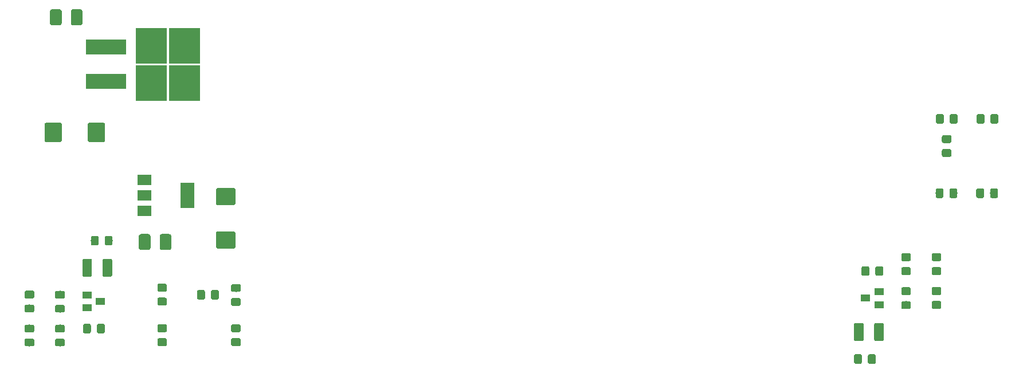
<source format=gbr>
G04 #@! TF.GenerationSoftware,KiCad,Pcbnew,(5.1.4)-1*
G04 #@! TF.CreationDate,2020-04-08T10:51:13+02:00*
G04 #@! TF.ProjectId,PCB_Theremin,5043425f-5468-4657-9265-6d696e2e6b69,rev?*
G04 #@! TF.SameCoordinates,Original*
G04 #@! TF.FileFunction,Paste,Top*
G04 #@! TF.FilePolarity,Positive*
%FSLAX46Y46*%
G04 Gerber Fmt 4.6, Leading zero omitted, Abs format (unit mm)*
G04 Created by KiCad (PCBNEW (5.1.4)-1) date 2020-04-08 10:51:13*
%MOMM*%
%LPD*%
G04 APERTURE LIST*
%ADD10C,0.100000*%
%ADD11C,1.725000*%
%ADD12C,1.150000*%
%ADD13R,4.550000X5.250000*%
%ADD14R,6.000000X2.320000*%
%ADD15R,2.000000X1.500000*%
%ADD16R,2.000000X3.800000*%
%ADD17R,1.400000X1.000000*%
%ADD18C,1.425000*%
%ADD19C,2.550000*%
G04 APERTURE END LIST*
D10*
G36*
X86168431Y-97026570D02*
G01*
X86200079Y-97031264D01*
X86231115Y-97039039D01*
X86261239Y-97049817D01*
X86290162Y-97063497D01*
X86317605Y-97079945D01*
X86343303Y-97099004D01*
X86367009Y-97120491D01*
X86388496Y-97144197D01*
X86407555Y-97169895D01*
X86424003Y-97197338D01*
X86437683Y-97226261D01*
X86448461Y-97256385D01*
X86456236Y-97287421D01*
X86460930Y-97319069D01*
X86462500Y-97351025D01*
X86462500Y-99048975D01*
X86460930Y-99080931D01*
X86456236Y-99112579D01*
X86448461Y-99143615D01*
X86437683Y-99173739D01*
X86424003Y-99202662D01*
X86407555Y-99230105D01*
X86388496Y-99255803D01*
X86367009Y-99279509D01*
X86343303Y-99300996D01*
X86317605Y-99320055D01*
X86290162Y-99336503D01*
X86261239Y-99350183D01*
X86231115Y-99360961D01*
X86200079Y-99368736D01*
X86168431Y-99373430D01*
X86136475Y-99375000D01*
X85063525Y-99375000D01*
X85031569Y-99373430D01*
X84999921Y-99368736D01*
X84968885Y-99360961D01*
X84938761Y-99350183D01*
X84909838Y-99336503D01*
X84882395Y-99320055D01*
X84856697Y-99300996D01*
X84832991Y-99279509D01*
X84811504Y-99255803D01*
X84792445Y-99230105D01*
X84775997Y-99202662D01*
X84762317Y-99173739D01*
X84751539Y-99143615D01*
X84743764Y-99112579D01*
X84739070Y-99080931D01*
X84737500Y-99048975D01*
X84737500Y-97351025D01*
X84739070Y-97319069D01*
X84743764Y-97287421D01*
X84751539Y-97256385D01*
X84762317Y-97226261D01*
X84775997Y-97197338D01*
X84792445Y-97169895D01*
X84811504Y-97144197D01*
X84832991Y-97120491D01*
X84856697Y-97099004D01*
X84882395Y-97079945D01*
X84909838Y-97063497D01*
X84938761Y-97049817D01*
X84968885Y-97039039D01*
X84999921Y-97031264D01*
X85031569Y-97026570D01*
X85063525Y-97025000D01*
X86136475Y-97025000D01*
X86168431Y-97026570D01*
X86168431Y-97026570D01*
G37*
D11*
X85600000Y-98200000D03*
D10*
G36*
X83093431Y-97026570D02*
G01*
X83125079Y-97031264D01*
X83156115Y-97039039D01*
X83186239Y-97049817D01*
X83215162Y-97063497D01*
X83242605Y-97079945D01*
X83268303Y-97099004D01*
X83292009Y-97120491D01*
X83313496Y-97144197D01*
X83332555Y-97169895D01*
X83349003Y-97197338D01*
X83362683Y-97226261D01*
X83373461Y-97256385D01*
X83381236Y-97287421D01*
X83385930Y-97319069D01*
X83387500Y-97351025D01*
X83387500Y-99048975D01*
X83385930Y-99080931D01*
X83381236Y-99112579D01*
X83373461Y-99143615D01*
X83362683Y-99173739D01*
X83349003Y-99202662D01*
X83332555Y-99230105D01*
X83313496Y-99255803D01*
X83292009Y-99279509D01*
X83268303Y-99300996D01*
X83242605Y-99320055D01*
X83215162Y-99336503D01*
X83186239Y-99350183D01*
X83156115Y-99360961D01*
X83125079Y-99368736D01*
X83093431Y-99373430D01*
X83061475Y-99375000D01*
X81988525Y-99375000D01*
X81956569Y-99373430D01*
X81924921Y-99368736D01*
X81893885Y-99360961D01*
X81863761Y-99350183D01*
X81834838Y-99336503D01*
X81807395Y-99320055D01*
X81781697Y-99300996D01*
X81757991Y-99279509D01*
X81736504Y-99255803D01*
X81717445Y-99230105D01*
X81700997Y-99202662D01*
X81687317Y-99173739D01*
X81676539Y-99143615D01*
X81668764Y-99112579D01*
X81664070Y-99080931D01*
X81662500Y-99048975D01*
X81662500Y-97351025D01*
X81664070Y-97319069D01*
X81668764Y-97287421D01*
X81676539Y-97256385D01*
X81687317Y-97226261D01*
X81700997Y-97197338D01*
X81717445Y-97169895D01*
X81736504Y-97144197D01*
X81757991Y-97120491D01*
X81781697Y-97099004D01*
X81807395Y-97079945D01*
X81834838Y-97063497D01*
X81863761Y-97049817D01*
X81893885Y-97039039D01*
X81924921Y-97031264D01*
X81956569Y-97026570D01*
X81988525Y-97025000D01*
X83061475Y-97025000D01*
X83093431Y-97026570D01*
X83093431Y-97026570D01*
G37*
D11*
X82525000Y-98200000D03*
D10*
G36*
X69968431Y-63826570D02*
G01*
X70000079Y-63831264D01*
X70031115Y-63839039D01*
X70061239Y-63849817D01*
X70090162Y-63863497D01*
X70117605Y-63879945D01*
X70143303Y-63899004D01*
X70167009Y-63920491D01*
X70188496Y-63944197D01*
X70207555Y-63969895D01*
X70224003Y-63997338D01*
X70237683Y-64026261D01*
X70248461Y-64056385D01*
X70256236Y-64087421D01*
X70260930Y-64119069D01*
X70262500Y-64151025D01*
X70262500Y-65848975D01*
X70260930Y-65880931D01*
X70256236Y-65912579D01*
X70248461Y-65943615D01*
X70237683Y-65973739D01*
X70224003Y-66002662D01*
X70207555Y-66030105D01*
X70188496Y-66055803D01*
X70167009Y-66079509D01*
X70143303Y-66100996D01*
X70117605Y-66120055D01*
X70090162Y-66136503D01*
X70061239Y-66150183D01*
X70031115Y-66160961D01*
X70000079Y-66168736D01*
X69968431Y-66173430D01*
X69936475Y-66175000D01*
X68863525Y-66175000D01*
X68831569Y-66173430D01*
X68799921Y-66168736D01*
X68768885Y-66160961D01*
X68738761Y-66150183D01*
X68709838Y-66136503D01*
X68682395Y-66120055D01*
X68656697Y-66100996D01*
X68632991Y-66079509D01*
X68611504Y-66055803D01*
X68592445Y-66030105D01*
X68575997Y-66002662D01*
X68562317Y-65973739D01*
X68551539Y-65943615D01*
X68543764Y-65912579D01*
X68539070Y-65880931D01*
X68537500Y-65848975D01*
X68537500Y-64151025D01*
X68539070Y-64119069D01*
X68543764Y-64087421D01*
X68551539Y-64056385D01*
X68562317Y-64026261D01*
X68575997Y-63997338D01*
X68592445Y-63969895D01*
X68611504Y-63944197D01*
X68632991Y-63920491D01*
X68656697Y-63899004D01*
X68682395Y-63879945D01*
X68709838Y-63863497D01*
X68738761Y-63849817D01*
X68768885Y-63839039D01*
X68799921Y-63831264D01*
X68831569Y-63826570D01*
X68863525Y-63825000D01*
X69936475Y-63825000D01*
X69968431Y-63826570D01*
X69968431Y-63826570D01*
G37*
D11*
X69400000Y-65000000D03*
D10*
G36*
X73043431Y-63826570D02*
G01*
X73075079Y-63831264D01*
X73106115Y-63839039D01*
X73136239Y-63849817D01*
X73165162Y-63863497D01*
X73192605Y-63879945D01*
X73218303Y-63899004D01*
X73242009Y-63920491D01*
X73263496Y-63944197D01*
X73282555Y-63969895D01*
X73299003Y-63997338D01*
X73312683Y-64026261D01*
X73323461Y-64056385D01*
X73331236Y-64087421D01*
X73335930Y-64119069D01*
X73337500Y-64151025D01*
X73337500Y-65848975D01*
X73335930Y-65880931D01*
X73331236Y-65912579D01*
X73323461Y-65943615D01*
X73312683Y-65973739D01*
X73299003Y-66002662D01*
X73282555Y-66030105D01*
X73263496Y-66055803D01*
X73242009Y-66079509D01*
X73218303Y-66100996D01*
X73192605Y-66120055D01*
X73165162Y-66136503D01*
X73136239Y-66150183D01*
X73106115Y-66160961D01*
X73075079Y-66168736D01*
X73043431Y-66173430D01*
X73011475Y-66175000D01*
X71938525Y-66175000D01*
X71906569Y-66173430D01*
X71874921Y-66168736D01*
X71843885Y-66160961D01*
X71813761Y-66150183D01*
X71784838Y-66136503D01*
X71757395Y-66120055D01*
X71731697Y-66100996D01*
X71707991Y-66079509D01*
X71686504Y-66055803D01*
X71667445Y-66030105D01*
X71650997Y-66002662D01*
X71637317Y-65973739D01*
X71626539Y-65943615D01*
X71618764Y-65912579D01*
X71614070Y-65880931D01*
X71612500Y-65848975D01*
X71612500Y-64151025D01*
X71614070Y-64119069D01*
X71618764Y-64087421D01*
X71626539Y-64056385D01*
X71637317Y-64026261D01*
X71650997Y-63997338D01*
X71667445Y-63969895D01*
X71686504Y-63944197D01*
X71707991Y-63920491D01*
X71731697Y-63899004D01*
X71757395Y-63879945D01*
X71784838Y-63863497D01*
X71813761Y-63849817D01*
X71843885Y-63839039D01*
X71874921Y-63831264D01*
X71906569Y-63826570D01*
X71938525Y-63825000D01*
X73011475Y-63825000D01*
X73043431Y-63826570D01*
X73043431Y-63826570D01*
G37*
D11*
X72475000Y-65000000D03*
D10*
G36*
X188249505Y-114801204D02*
G01*
X188273773Y-114804804D01*
X188297572Y-114810765D01*
X188320671Y-114819030D01*
X188342850Y-114829520D01*
X188363893Y-114842132D01*
X188383599Y-114856747D01*
X188401777Y-114873223D01*
X188418253Y-114891401D01*
X188432868Y-114911107D01*
X188445480Y-114932150D01*
X188455970Y-114954329D01*
X188464235Y-114977428D01*
X188470196Y-115001227D01*
X188473796Y-115025495D01*
X188475000Y-115049999D01*
X188475000Y-115950001D01*
X188473796Y-115974505D01*
X188470196Y-115998773D01*
X188464235Y-116022572D01*
X188455970Y-116045671D01*
X188445480Y-116067850D01*
X188432868Y-116088893D01*
X188418253Y-116108599D01*
X188401777Y-116126777D01*
X188383599Y-116143253D01*
X188363893Y-116157868D01*
X188342850Y-116170480D01*
X188320671Y-116180970D01*
X188297572Y-116189235D01*
X188273773Y-116195196D01*
X188249505Y-116198796D01*
X188225001Y-116200000D01*
X187574999Y-116200000D01*
X187550495Y-116198796D01*
X187526227Y-116195196D01*
X187502428Y-116189235D01*
X187479329Y-116180970D01*
X187457150Y-116170480D01*
X187436107Y-116157868D01*
X187416401Y-116143253D01*
X187398223Y-116126777D01*
X187381747Y-116108599D01*
X187367132Y-116088893D01*
X187354520Y-116067850D01*
X187344030Y-116045671D01*
X187335765Y-116022572D01*
X187329804Y-115998773D01*
X187326204Y-115974505D01*
X187325000Y-115950001D01*
X187325000Y-115049999D01*
X187326204Y-115025495D01*
X187329804Y-115001227D01*
X187335765Y-114977428D01*
X187344030Y-114954329D01*
X187354520Y-114932150D01*
X187367132Y-114911107D01*
X187381747Y-114891401D01*
X187398223Y-114873223D01*
X187416401Y-114856747D01*
X187436107Y-114842132D01*
X187457150Y-114829520D01*
X187479329Y-114819030D01*
X187502428Y-114810765D01*
X187526227Y-114804804D01*
X187550495Y-114801204D01*
X187574999Y-114800000D01*
X188225001Y-114800000D01*
X188249505Y-114801204D01*
X188249505Y-114801204D01*
G37*
D12*
X187900000Y-115500000D03*
D10*
G36*
X190299505Y-114801204D02*
G01*
X190323773Y-114804804D01*
X190347572Y-114810765D01*
X190370671Y-114819030D01*
X190392850Y-114829520D01*
X190413893Y-114842132D01*
X190433599Y-114856747D01*
X190451777Y-114873223D01*
X190468253Y-114891401D01*
X190482868Y-114911107D01*
X190495480Y-114932150D01*
X190505970Y-114954329D01*
X190514235Y-114977428D01*
X190520196Y-115001227D01*
X190523796Y-115025495D01*
X190525000Y-115049999D01*
X190525000Y-115950001D01*
X190523796Y-115974505D01*
X190520196Y-115998773D01*
X190514235Y-116022572D01*
X190505970Y-116045671D01*
X190495480Y-116067850D01*
X190482868Y-116088893D01*
X190468253Y-116108599D01*
X190451777Y-116126777D01*
X190433599Y-116143253D01*
X190413893Y-116157868D01*
X190392850Y-116170480D01*
X190370671Y-116180970D01*
X190347572Y-116189235D01*
X190323773Y-116195196D01*
X190299505Y-116198796D01*
X190275001Y-116200000D01*
X189624999Y-116200000D01*
X189600495Y-116198796D01*
X189576227Y-116195196D01*
X189552428Y-116189235D01*
X189529329Y-116180970D01*
X189507150Y-116170480D01*
X189486107Y-116157868D01*
X189466401Y-116143253D01*
X189448223Y-116126777D01*
X189431747Y-116108599D01*
X189417132Y-116088893D01*
X189404520Y-116067850D01*
X189394030Y-116045671D01*
X189385765Y-116022572D01*
X189379804Y-115998773D01*
X189376204Y-115974505D01*
X189375000Y-115950001D01*
X189375000Y-115049999D01*
X189376204Y-115025495D01*
X189379804Y-115001227D01*
X189385765Y-114977428D01*
X189394030Y-114954329D01*
X189404520Y-114932150D01*
X189417132Y-114911107D01*
X189431747Y-114891401D01*
X189448223Y-114873223D01*
X189466401Y-114856747D01*
X189486107Y-114842132D01*
X189507150Y-114829520D01*
X189529329Y-114819030D01*
X189552428Y-114810765D01*
X189576227Y-114804804D01*
X189600495Y-114801204D01*
X189624999Y-114800000D01*
X190275001Y-114800000D01*
X190299505Y-114801204D01*
X190299505Y-114801204D01*
G37*
D12*
X189950000Y-115500000D03*
D10*
G36*
X77549505Y-97301204D02*
G01*
X77573773Y-97304804D01*
X77597572Y-97310765D01*
X77620671Y-97319030D01*
X77642850Y-97329520D01*
X77663893Y-97342132D01*
X77683599Y-97356747D01*
X77701777Y-97373223D01*
X77718253Y-97391401D01*
X77732868Y-97411107D01*
X77745480Y-97432150D01*
X77755970Y-97454329D01*
X77764235Y-97477428D01*
X77770196Y-97501227D01*
X77773796Y-97525495D01*
X77775000Y-97549999D01*
X77775000Y-98450001D01*
X77773796Y-98474505D01*
X77770196Y-98498773D01*
X77764235Y-98522572D01*
X77755970Y-98545671D01*
X77745480Y-98567850D01*
X77732868Y-98588893D01*
X77718253Y-98608599D01*
X77701777Y-98626777D01*
X77683599Y-98643253D01*
X77663893Y-98657868D01*
X77642850Y-98670480D01*
X77620671Y-98680970D01*
X77597572Y-98689235D01*
X77573773Y-98695196D01*
X77549505Y-98698796D01*
X77525001Y-98700000D01*
X76874999Y-98700000D01*
X76850495Y-98698796D01*
X76826227Y-98695196D01*
X76802428Y-98689235D01*
X76779329Y-98680970D01*
X76757150Y-98670480D01*
X76736107Y-98657868D01*
X76716401Y-98643253D01*
X76698223Y-98626777D01*
X76681747Y-98608599D01*
X76667132Y-98588893D01*
X76654520Y-98567850D01*
X76644030Y-98545671D01*
X76635765Y-98522572D01*
X76629804Y-98498773D01*
X76626204Y-98474505D01*
X76625000Y-98450001D01*
X76625000Y-97549999D01*
X76626204Y-97525495D01*
X76629804Y-97501227D01*
X76635765Y-97477428D01*
X76644030Y-97454329D01*
X76654520Y-97432150D01*
X76667132Y-97411107D01*
X76681747Y-97391401D01*
X76698223Y-97373223D01*
X76716401Y-97356747D01*
X76736107Y-97342132D01*
X76757150Y-97329520D01*
X76779329Y-97319030D01*
X76802428Y-97310765D01*
X76826227Y-97304804D01*
X76850495Y-97301204D01*
X76874999Y-97300000D01*
X77525001Y-97300000D01*
X77549505Y-97301204D01*
X77549505Y-97301204D01*
G37*
D12*
X77200000Y-98000000D03*
D10*
G36*
X75499505Y-97301204D02*
G01*
X75523773Y-97304804D01*
X75547572Y-97310765D01*
X75570671Y-97319030D01*
X75592850Y-97329520D01*
X75613893Y-97342132D01*
X75633599Y-97356747D01*
X75651777Y-97373223D01*
X75668253Y-97391401D01*
X75682868Y-97411107D01*
X75695480Y-97432150D01*
X75705970Y-97454329D01*
X75714235Y-97477428D01*
X75720196Y-97501227D01*
X75723796Y-97525495D01*
X75725000Y-97549999D01*
X75725000Y-98450001D01*
X75723796Y-98474505D01*
X75720196Y-98498773D01*
X75714235Y-98522572D01*
X75705970Y-98545671D01*
X75695480Y-98567850D01*
X75682868Y-98588893D01*
X75668253Y-98608599D01*
X75651777Y-98626777D01*
X75633599Y-98643253D01*
X75613893Y-98657868D01*
X75592850Y-98670480D01*
X75570671Y-98680970D01*
X75547572Y-98689235D01*
X75523773Y-98695196D01*
X75499505Y-98698796D01*
X75475001Y-98700000D01*
X74824999Y-98700000D01*
X74800495Y-98698796D01*
X74776227Y-98695196D01*
X74752428Y-98689235D01*
X74729329Y-98680970D01*
X74707150Y-98670480D01*
X74686107Y-98657868D01*
X74666401Y-98643253D01*
X74648223Y-98626777D01*
X74631747Y-98608599D01*
X74617132Y-98588893D01*
X74604520Y-98567850D01*
X74594030Y-98545671D01*
X74585765Y-98522572D01*
X74579804Y-98498773D01*
X74576204Y-98474505D01*
X74575000Y-98450001D01*
X74575000Y-97549999D01*
X74576204Y-97525495D01*
X74579804Y-97501227D01*
X74585765Y-97477428D01*
X74594030Y-97454329D01*
X74604520Y-97432150D01*
X74617132Y-97411107D01*
X74631747Y-97391401D01*
X74648223Y-97373223D01*
X74666401Y-97356747D01*
X74686107Y-97342132D01*
X74707150Y-97329520D01*
X74729329Y-97319030D01*
X74752428Y-97310765D01*
X74776227Y-97304804D01*
X74800495Y-97301204D01*
X74824999Y-97300000D01*
X75475001Y-97300000D01*
X75499505Y-97301204D01*
X75499505Y-97301204D01*
G37*
D12*
X75150000Y-98000000D03*
D13*
X83525000Y-74735000D03*
X88375000Y-69185000D03*
X83525000Y-69185000D03*
X88375000Y-74735000D03*
D14*
X76800000Y-74500000D03*
X76800000Y-69420000D03*
D10*
G36*
X93249505Y-105301204D02*
G01*
X93273773Y-105304804D01*
X93297572Y-105310765D01*
X93320671Y-105319030D01*
X93342850Y-105329520D01*
X93363893Y-105342132D01*
X93383599Y-105356747D01*
X93401777Y-105373223D01*
X93418253Y-105391401D01*
X93432868Y-105411107D01*
X93445480Y-105432150D01*
X93455970Y-105454329D01*
X93464235Y-105477428D01*
X93470196Y-105501227D01*
X93473796Y-105525495D01*
X93475000Y-105549999D01*
X93475000Y-106450001D01*
X93473796Y-106474505D01*
X93470196Y-106498773D01*
X93464235Y-106522572D01*
X93455970Y-106545671D01*
X93445480Y-106567850D01*
X93432868Y-106588893D01*
X93418253Y-106608599D01*
X93401777Y-106626777D01*
X93383599Y-106643253D01*
X93363893Y-106657868D01*
X93342850Y-106670480D01*
X93320671Y-106680970D01*
X93297572Y-106689235D01*
X93273773Y-106695196D01*
X93249505Y-106698796D01*
X93225001Y-106700000D01*
X92574999Y-106700000D01*
X92550495Y-106698796D01*
X92526227Y-106695196D01*
X92502428Y-106689235D01*
X92479329Y-106680970D01*
X92457150Y-106670480D01*
X92436107Y-106657868D01*
X92416401Y-106643253D01*
X92398223Y-106626777D01*
X92381747Y-106608599D01*
X92367132Y-106588893D01*
X92354520Y-106567850D01*
X92344030Y-106545671D01*
X92335765Y-106522572D01*
X92329804Y-106498773D01*
X92326204Y-106474505D01*
X92325000Y-106450001D01*
X92325000Y-105549999D01*
X92326204Y-105525495D01*
X92329804Y-105501227D01*
X92335765Y-105477428D01*
X92344030Y-105454329D01*
X92354520Y-105432150D01*
X92367132Y-105411107D01*
X92381747Y-105391401D01*
X92398223Y-105373223D01*
X92416401Y-105356747D01*
X92436107Y-105342132D01*
X92457150Y-105329520D01*
X92479329Y-105319030D01*
X92502428Y-105310765D01*
X92526227Y-105304804D01*
X92550495Y-105301204D01*
X92574999Y-105300000D01*
X93225001Y-105300000D01*
X93249505Y-105301204D01*
X93249505Y-105301204D01*
G37*
D12*
X92900000Y-106000000D03*
D10*
G36*
X91199505Y-105301204D02*
G01*
X91223773Y-105304804D01*
X91247572Y-105310765D01*
X91270671Y-105319030D01*
X91292850Y-105329520D01*
X91313893Y-105342132D01*
X91333599Y-105356747D01*
X91351777Y-105373223D01*
X91368253Y-105391401D01*
X91382868Y-105411107D01*
X91395480Y-105432150D01*
X91405970Y-105454329D01*
X91414235Y-105477428D01*
X91420196Y-105501227D01*
X91423796Y-105525495D01*
X91425000Y-105549999D01*
X91425000Y-106450001D01*
X91423796Y-106474505D01*
X91420196Y-106498773D01*
X91414235Y-106522572D01*
X91405970Y-106545671D01*
X91395480Y-106567850D01*
X91382868Y-106588893D01*
X91368253Y-106608599D01*
X91351777Y-106626777D01*
X91333599Y-106643253D01*
X91313893Y-106657868D01*
X91292850Y-106670480D01*
X91270671Y-106680970D01*
X91247572Y-106689235D01*
X91223773Y-106695196D01*
X91199505Y-106698796D01*
X91175001Y-106700000D01*
X90524999Y-106700000D01*
X90500495Y-106698796D01*
X90476227Y-106695196D01*
X90452428Y-106689235D01*
X90429329Y-106680970D01*
X90407150Y-106670480D01*
X90386107Y-106657868D01*
X90366401Y-106643253D01*
X90348223Y-106626777D01*
X90331747Y-106608599D01*
X90317132Y-106588893D01*
X90304520Y-106567850D01*
X90294030Y-106545671D01*
X90285765Y-106522572D01*
X90279804Y-106498773D01*
X90276204Y-106474505D01*
X90275000Y-106450001D01*
X90275000Y-105549999D01*
X90276204Y-105525495D01*
X90279804Y-105501227D01*
X90285765Y-105477428D01*
X90294030Y-105454329D01*
X90304520Y-105432150D01*
X90317132Y-105411107D01*
X90331747Y-105391401D01*
X90348223Y-105373223D01*
X90366401Y-105356747D01*
X90386107Y-105342132D01*
X90407150Y-105329520D01*
X90429329Y-105319030D01*
X90452428Y-105310765D01*
X90476227Y-105304804D01*
X90500495Y-105301204D01*
X90524999Y-105300000D01*
X91175001Y-105300000D01*
X91199505Y-105301204D01*
X91199505Y-105301204D01*
G37*
D12*
X90850000Y-106000000D03*
D10*
G36*
X201474505Y-82426204D02*
G01*
X201498773Y-82429804D01*
X201522572Y-82435765D01*
X201545671Y-82444030D01*
X201567850Y-82454520D01*
X201588893Y-82467132D01*
X201608599Y-82481747D01*
X201626777Y-82498223D01*
X201643253Y-82516401D01*
X201657868Y-82536107D01*
X201670480Y-82557150D01*
X201680970Y-82579329D01*
X201689235Y-82602428D01*
X201695196Y-82626227D01*
X201698796Y-82650495D01*
X201700000Y-82674999D01*
X201700000Y-83325001D01*
X201698796Y-83349505D01*
X201695196Y-83373773D01*
X201689235Y-83397572D01*
X201680970Y-83420671D01*
X201670480Y-83442850D01*
X201657868Y-83463893D01*
X201643253Y-83483599D01*
X201626777Y-83501777D01*
X201608599Y-83518253D01*
X201588893Y-83532868D01*
X201567850Y-83545480D01*
X201545671Y-83555970D01*
X201522572Y-83564235D01*
X201498773Y-83570196D01*
X201474505Y-83573796D01*
X201450001Y-83575000D01*
X200549999Y-83575000D01*
X200525495Y-83573796D01*
X200501227Y-83570196D01*
X200477428Y-83564235D01*
X200454329Y-83555970D01*
X200432150Y-83545480D01*
X200411107Y-83532868D01*
X200391401Y-83518253D01*
X200373223Y-83501777D01*
X200356747Y-83483599D01*
X200342132Y-83463893D01*
X200329520Y-83442850D01*
X200319030Y-83420671D01*
X200310765Y-83397572D01*
X200304804Y-83373773D01*
X200301204Y-83349505D01*
X200300000Y-83325001D01*
X200300000Y-82674999D01*
X200301204Y-82650495D01*
X200304804Y-82626227D01*
X200310765Y-82602428D01*
X200319030Y-82579329D01*
X200329520Y-82557150D01*
X200342132Y-82536107D01*
X200356747Y-82516401D01*
X200373223Y-82498223D01*
X200391401Y-82481747D01*
X200411107Y-82467132D01*
X200432150Y-82454520D01*
X200454329Y-82444030D01*
X200477428Y-82435765D01*
X200501227Y-82429804D01*
X200525495Y-82426204D01*
X200549999Y-82425000D01*
X201450001Y-82425000D01*
X201474505Y-82426204D01*
X201474505Y-82426204D01*
G37*
D12*
X201000000Y-83000000D03*
D10*
G36*
X201474505Y-84476204D02*
G01*
X201498773Y-84479804D01*
X201522572Y-84485765D01*
X201545671Y-84494030D01*
X201567850Y-84504520D01*
X201588893Y-84517132D01*
X201608599Y-84531747D01*
X201626777Y-84548223D01*
X201643253Y-84566401D01*
X201657868Y-84586107D01*
X201670480Y-84607150D01*
X201680970Y-84629329D01*
X201689235Y-84652428D01*
X201695196Y-84676227D01*
X201698796Y-84700495D01*
X201700000Y-84724999D01*
X201700000Y-85375001D01*
X201698796Y-85399505D01*
X201695196Y-85423773D01*
X201689235Y-85447572D01*
X201680970Y-85470671D01*
X201670480Y-85492850D01*
X201657868Y-85513893D01*
X201643253Y-85533599D01*
X201626777Y-85551777D01*
X201608599Y-85568253D01*
X201588893Y-85582868D01*
X201567850Y-85595480D01*
X201545671Y-85605970D01*
X201522572Y-85614235D01*
X201498773Y-85620196D01*
X201474505Y-85623796D01*
X201450001Y-85625000D01*
X200549999Y-85625000D01*
X200525495Y-85623796D01*
X200501227Y-85620196D01*
X200477428Y-85614235D01*
X200454329Y-85605970D01*
X200432150Y-85595480D01*
X200411107Y-85582868D01*
X200391401Y-85568253D01*
X200373223Y-85551777D01*
X200356747Y-85533599D01*
X200342132Y-85513893D01*
X200329520Y-85492850D01*
X200319030Y-85470671D01*
X200310765Y-85447572D01*
X200304804Y-85423773D01*
X200301204Y-85399505D01*
X200300000Y-85375001D01*
X200300000Y-84724999D01*
X200301204Y-84700495D01*
X200304804Y-84676227D01*
X200310765Y-84652428D01*
X200319030Y-84629329D01*
X200329520Y-84607150D01*
X200342132Y-84586107D01*
X200356747Y-84566401D01*
X200373223Y-84548223D01*
X200391401Y-84531747D01*
X200411107Y-84517132D01*
X200432150Y-84504520D01*
X200454329Y-84494030D01*
X200477428Y-84485765D01*
X200501227Y-84479804D01*
X200525495Y-84476204D01*
X200549999Y-84475000D01*
X201450001Y-84475000D01*
X201474505Y-84476204D01*
X201474505Y-84476204D01*
G37*
D12*
X201000000Y-85050000D03*
D15*
X82500000Y-89000000D03*
X82500000Y-93600000D03*
X82500000Y-91300000D03*
D16*
X88800000Y-91300000D03*
D10*
G36*
X96474505Y-112426204D02*
G01*
X96498773Y-112429804D01*
X96522572Y-112435765D01*
X96545671Y-112444030D01*
X96567850Y-112454520D01*
X96588893Y-112467132D01*
X96608599Y-112481747D01*
X96626777Y-112498223D01*
X96643253Y-112516401D01*
X96657868Y-112536107D01*
X96670480Y-112557150D01*
X96680970Y-112579329D01*
X96689235Y-112602428D01*
X96695196Y-112626227D01*
X96698796Y-112650495D01*
X96700000Y-112674999D01*
X96700000Y-113325001D01*
X96698796Y-113349505D01*
X96695196Y-113373773D01*
X96689235Y-113397572D01*
X96680970Y-113420671D01*
X96670480Y-113442850D01*
X96657868Y-113463893D01*
X96643253Y-113483599D01*
X96626777Y-113501777D01*
X96608599Y-113518253D01*
X96588893Y-113532868D01*
X96567850Y-113545480D01*
X96545671Y-113555970D01*
X96522572Y-113564235D01*
X96498773Y-113570196D01*
X96474505Y-113573796D01*
X96450001Y-113575000D01*
X95549999Y-113575000D01*
X95525495Y-113573796D01*
X95501227Y-113570196D01*
X95477428Y-113564235D01*
X95454329Y-113555970D01*
X95432150Y-113545480D01*
X95411107Y-113532868D01*
X95391401Y-113518253D01*
X95373223Y-113501777D01*
X95356747Y-113483599D01*
X95342132Y-113463893D01*
X95329520Y-113442850D01*
X95319030Y-113420671D01*
X95310765Y-113397572D01*
X95304804Y-113373773D01*
X95301204Y-113349505D01*
X95300000Y-113325001D01*
X95300000Y-112674999D01*
X95301204Y-112650495D01*
X95304804Y-112626227D01*
X95310765Y-112602428D01*
X95319030Y-112579329D01*
X95329520Y-112557150D01*
X95342132Y-112536107D01*
X95356747Y-112516401D01*
X95373223Y-112498223D01*
X95391401Y-112481747D01*
X95411107Y-112467132D01*
X95432150Y-112454520D01*
X95454329Y-112444030D01*
X95477428Y-112435765D01*
X95501227Y-112429804D01*
X95525495Y-112426204D01*
X95549999Y-112425000D01*
X96450001Y-112425000D01*
X96474505Y-112426204D01*
X96474505Y-112426204D01*
G37*
D12*
X96000000Y-113000000D03*
D10*
G36*
X96474505Y-110376204D02*
G01*
X96498773Y-110379804D01*
X96522572Y-110385765D01*
X96545671Y-110394030D01*
X96567850Y-110404520D01*
X96588893Y-110417132D01*
X96608599Y-110431747D01*
X96626777Y-110448223D01*
X96643253Y-110466401D01*
X96657868Y-110486107D01*
X96670480Y-110507150D01*
X96680970Y-110529329D01*
X96689235Y-110552428D01*
X96695196Y-110576227D01*
X96698796Y-110600495D01*
X96700000Y-110624999D01*
X96700000Y-111275001D01*
X96698796Y-111299505D01*
X96695196Y-111323773D01*
X96689235Y-111347572D01*
X96680970Y-111370671D01*
X96670480Y-111392850D01*
X96657868Y-111413893D01*
X96643253Y-111433599D01*
X96626777Y-111451777D01*
X96608599Y-111468253D01*
X96588893Y-111482868D01*
X96567850Y-111495480D01*
X96545671Y-111505970D01*
X96522572Y-111514235D01*
X96498773Y-111520196D01*
X96474505Y-111523796D01*
X96450001Y-111525000D01*
X95549999Y-111525000D01*
X95525495Y-111523796D01*
X95501227Y-111520196D01*
X95477428Y-111514235D01*
X95454329Y-111505970D01*
X95432150Y-111495480D01*
X95411107Y-111482868D01*
X95391401Y-111468253D01*
X95373223Y-111451777D01*
X95356747Y-111433599D01*
X95342132Y-111413893D01*
X95329520Y-111392850D01*
X95319030Y-111370671D01*
X95310765Y-111347572D01*
X95304804Y-111323773D01*
X95301204Y-111299505D01*
X95300000Y-111275001D01*
X95300000Y-110624999D01*
X95301204Y-110600495D01*
X95304804Y-110576227D01*
X95310765Y-110552428D01*
X95319030Y-110529329D01*
X95329520Y-110507150D01*
X95342132Y-110486107D01*
X95356747Y-110466401D01*
X95373223Y-110448223D01*
X95391401Y-110431747D01*
X95411107Y-110417132D01*
X95432150Y-110404520D01*
X95454329Y-110394030D01*
X95477428Y-110385765D01*
X95501227Y-110379804D01*
X95525495Y-110376204D01*
X95549999Y-110375000D01*
X96450001Y-110375000D01*
X96474505Y-110376204D01*
X96474505Y-110376204D01*
G37*
D12*
X96000000Y-110950000D03*
D10*
G36*
X96474505Y-106476204D02*
G01*
X96498773Y-106479804D01*
X96522572Y-106485765D01*
X96545671Y-106494030D01*
X96567850Y-106504520D01*
X96588893Y-106517132D01*
X96608599Y-106531747D01*
X96626777Y-106548223D01*
X96643253Y-106566401D01*
X96657868Y-106586107D01*
X96670480Y-106607150D01*
X96680970Y-106629329D01*
X96689235Y-106652428D01*
X96695196Y-106676227D01*
X96698796Y-106700495D01*
X96700000Y-106724999D01*
X96700000Y-107375001D01*
X96698796Y-107399505D01*
X96695196Y-107423773D01*
X96689235Y-107447572D01*
X96680970Y-107470671D01*
X96670480Y-107492850D01*
X96657868Y-107513893D01*
X96643253Y-107533599D01*
X96626777Y-107551777D01*
X96608599Y-107568253D01*
X96588893Y-107582868D01*
X96567850Y-107595480D01*
X96545671Y-107605970D01*
X96522572Y-107614235D01*
X96498773Y-107620196D01*
X96474505Y-107623796D01*
X96450001Y-107625000D01*
X95549999Y-107625000D01*
X95525495Y-107623796D01*
X95501227Y-107620196D01*
X95477428Y-107614235D01*
X95454329Y-107605970D01*
X95432150Y-107595480D01*
X95411107Y-107582868D01*
X95391401Y-107568253D01*
X95373223Y-107551777D01*
X95356747Y-107533599D01*
X95342132Y-107513893D01*
X95329520Y-107492850D01*
X95319030Y-107470671D01*
X95310765Y-107447572D01*
X95304804Y-107423773D01*
X95301204Y-107399505D01*
X95300000Y-107375001D01*
X95300000Y-106724999D01*
X95301204Y-106700495D01*
X95304804Y-106676227D01*
X95310765Y-106652428D01*
X95319030Y-106629329D01*
X95329520Y-106607150D01*
X95342132Y-106586107D01*
X95356747Y-106566401D01*
X95373223Y-106548223D01*
X95391401Y-106531747D01*
X95411107Y-106517132D01*
X95432150Y-106504520D01*
X95454329Y-106494030D01*
X95477428Y-106485765D01*
X95501227Y-106479804D01*
X95525495Y-106476204D01*
X95549999Y-106475000D01*
X96450001Y-106475000D01*
X96474505Y-106476204D01*
X96474505Y-106476204D01*
G37*
D12*
X96000000Y-107050000D03*
D10*
G36*
X96474505Y-104426204D02*
G01*
X96498773Y-104429804D01*
X96522572Y-104435765D01*
X96545671Y-104444030D01*
X96567850Y-104454520D01*
X96588893Y-104467132D01*
X96608599Y-104481747D01*
X96626777Y-104498223D01*
X96643253Y-104516401D01*
X96657868Y-104536107D01*
X96670480Y-104557150D01*
X96680970Y-104579329D01*
X96689235Y-104602428D01*
X96695196Y-104626227D01*
X96698796Y-104650495D01*
X96700000Y-104674999D01*
X96700000Y-105325001D01*
X96698796Y-105349505D01*
X96695196Y-105373773D01*
X96689235Y-105397572D01*
X96680970Y-105420671D01*
X96670480Y-105442850D01*
X96657868Y-105463893D01*
X96643253Y-105483599D01*
X96626777Y-105501777D01*
X96608599Y-105518253D01*
X96588893Y-105532868D01*
X96567850Y-105545480D01*
X96545671Y-105555970D01*
X96522572Y-105564235D01*
X96498773Y-105570196D01*
X96474505Y-105573796D01*
X96450001Y-105575000D01*
X95549999Y-105575000D01*
X95525495Y-105573796D01*
X95501227Y-105570196D01*
X95477428Y-105564235D01*
X95454329Y-105555970D01*
X95432150Y-105545480D01*
X95411107Y-105532868D01*
X95391401Y-105518253D01*
X95373223Y-105501777D01*
X95356747Y-105483599D01*
X95342132Y-105463893D01*
X95329520Y-105442850D01*
X95319030Y-105420671D01*
X95310765Y-105397572D01*
X95304804Y-105373773D01*
X95301204Y-105349505D01*
X95300000Y-105325001D01*
X95300000Y-104674999D01*
X95301204Y-104650495D01*
X95304804Y-104626227D01*
X95310765Y-104602428D01*
X95319030Y-104579329D01*
X95329520Y-104557150D01*
X95342132Y-104536107D01*
X95356747Y-104516401D01*
X95373223Y-104498223D01*
X95391401Y-104481747D01*
X95411107Y-104467132D01*
X95432150Y-104454520D01*
X95454329Y-104444030D01*
X95477428Y-104435765D01*
X95501227Y-104429804D01*
X95525495Y-104426204D01*
X95549999Y-104425000D01*
X96450001Y-104425000D01*
X96474505Y-104426204D01*
X96474505Y-104426204D01*
G37*
D12*
X96000000Y-105000000D03*
D10*
G36*
X208399505Y-79301204D02*
G01*
X208423773Y-79304804D01*
X208447572Y-79310765D01*
X208470671Y-79319030D01*
X208492850Y-79329520D01*
X208513893Y-79342132D01*
X208533599Y-79356747D01*
X208551777Y-79373223D01*
X208568253Y-79391401D01*
X208582868Y-79411107D01*
X208595480Y-79432150D01*
X208605970Y-79454329D01*
X208614235Y-79477428D01*
X208620196Y-79501227D01*
X208623796Y-79525495D01*
X208625000Y-79549999D01*
X208625000Y-80450001D01*
X208623796Y-80474505D01*
X208620196Y-80498773D01*
X208614235Y-80522572D01*
X208605970Y-80545671D01*
X208595480Y-80567850D01*
X208582868Y-80588893D01*
X208568253Y-80608599D01*
X208551777Y-80626777D01*
X208533599Y-80643253D01*
X208513893Y-80657868D01*
X208492850Y-80670480D01*
X208470671Y-80680970D01*
X208447572Y-80689235D01*
X208423773Y-80695196D01*
X208399505Y-80698796D01*
X208375001Y-80700000D01*
X207724999Y-80700000D01*
X207700495Y-80698796D01*
X207676227Y-80695196D01*
X207652428Y-80689235D01*
X207629329Y-80680970D01*
X207607150Y-80670480D01*
X207586107Y-80657868D01*
X207566401Y-80643253D01*
X207548223Y-80626777D01*
X207531747Y-80608599D01*
X207517132Y-80588893D01*
X207504520Y-80567850D01*
X207494030Y-80545671D01*
X207485765Y-80522572D01*
X207479804Y-80498773D01*
X207476204Y-80474505D01*
X207475000Y-80450001D01*
X207475000Y-79549999D01*
X207476204Y-79525495D01*
X207479804Y-79501227D01*
X207485765Y-79477428D01*
X207494030Y-79454329D01*
X207504520Y-79432150D01*
X207517132Y-79411107D01*
X207531747Y-79391401D01*
X207548223Y-79373223D01*
X207566401Y-79356747D01*
X207586107Y-79342132D01*
X207607150Y-79329520D01*
X207629329Y-79319030D01*
X207652428Y-79310765D01*
X207676227Y-79304804D01*
X207700495Y-79301204D01*
X207724999Y-79300000D01*
X208375001Y-79300000D01*
X208399505Y-79301204D01*
X208399505Y-79301204D01*
G37*
D12*
X208050000Y-80000000D03*
D10*
G36*
X206349505Y-79301204D02*
G01*
X206373773Y-79304804D01*
X206397572Y-79310765D01*
X206420671Y-79319030D01*
X206442850Y-79329520D01*
X206463893Y-79342132D01*
X206483599Y-79356747D01*
X206501777Y-79373223D01*
X206518253Y-79391401D01*
X206532868Y-79411107D01*
X206545480Y-79432150D01*
X206555970Y-79454329D01*
X206564235Y-79477428D01*
X206570196Y-79501227D01*
X206573796Y-79525495D01*
X206575000Y-79549999D01*
X206575000Y-80450001D01*
X206573796Y-80474505D01*
X206570196Y-80498773D01*
X206564235Y-80522572D01*
X206555970Y-80545671D01*
X206545480Y-80567850D01*
X206532868Y-80588893D01*
X206518253Y-80608599D01*
X206501777Y-80626777D01*
X206483599Y-80643253D01*
X206463893Y-80657868D01*
X206442850Y-80670480D01*
X206420671Y-80680970D01*
X206397572Y-80689235D01*
X206373773Y-80695196D01*
X206349505Y-80698796D01*
X206325001Y-80700000D01*
X205674999Y-80700000D01*
X205650495Y-80698796D01*
X205626227Y-80695196D01*
X205602428Y-80689235D01*
X205579329Y-80680970D01*
X205557150Y-80670480D01*
X205536107Y-80657868D01*
X205516401Y-80643253D01*
X205498223Y-80626777D01*
X205481747Y-80608599D01*
X205467132Y-80588893D01*
X205454520Y-80567850D01*
X205444030Y-80545671D01*
X205435765Y-80522572D01*
X205429804Y-80498773D01*
X205426204Y-80474505D01*
X205425000Y-80450001D01*
X205425000Y-79549999D01*
X205426204Y-79525495D01*
X205429804Y-79501227D01*
X205435765Y-79477428D01*
X205444030Y-79454329D01*
X205454520Y-79432150D01*
X205467132Y-79411107D01*
X205481747Y-79391401D01*
X205498223Y-79373223D01*
X205516401Y-79356747D01*
X205536107Y-79342132D01*
X205557150Y-79329520D01*
X205579329Y-79319030D01*
X205602428Y-79310765D01*
X205626227Y-79304804D01*
X205650495Y-79301204D01*
X205674999Y-79300000D01*
X206325001Y-79300000D01*
X206349505Y-79301204D01*
X206349505Y-79301204D01*
G37*
D12*
X206000000Y-80000000D03*
D10*
G36*
X202399505Y-79301204D02*
G01*
X202423773Y-79304804D01*
X202447572Y-79310765D01*
X202470671Y-79319030D01*
X202492850Y-79329520D01*
X202513893Y-79342132D01*
X202533599Y-79356747D01*
X202551777Y-79373223D01*
X202568253Y-79391401D01*
X202582868Y-79411107D01*
X202595480Y-79432150D01*
X202605970Y-79454329D01*
X202614235Y-79477428D01*
X202620196Y-79501227D01*
X202623796Y-79525495D01*
X202625000Y-79549999D01*
X202625000Y-80450001D01*
X202623796Y-80474505D01*
X202620196Y-80498773D01*
X202614235Y-80522572D01*
X202605970Y-80545671D01*
X202595480Y-80567850D01*
X202582868Y-80588893D01*
X202568253Y-80608599D01*
X202551777Y-80626777D01*
X202533599Y-80643253D01*
X202513893Y-80657868D01*
X202492850Y-80670480D01*
X202470671Y-80680970D01*
X202447572Y-80689235D01*
X202423773Y-80695196D01*
X202399505Y-80698796D01*
X202375001Y-80700000D01*
X201724999Y-80700000D01*
X201700495Y-80698796D01*
X201676227Y-80695196D01*
X201652428Y-80689235D01*
X201629329Y-80680970D01*
X201607150Y-80670480D01*
X201586107Y-80657868D01*
X201566401Y-80643253D01*
X201548223Y-80626777D01*
X201531747Y-80608599D01*
X201517132Y-80588893D01*
X201504520Y-80567850D01*
X201494030Y-80545671D01*
X201485765Y-80522572D01*
X201479804Y-80498773D01*
X201476204Y-80474505D01*
X201475000Y-80450001D01*
X201475000Y-79549999D01*
X201476204Y-79525495D01*
X201479804Y-79501227D01*
X201485765Y-79477428D01*
X201494030Y-79454329D01*
X201504520Y-79432150D01*
X201517132Y-79411107D01*
X201531747Y-79391401D01*
X201548223Y-79373223D01*
X201566401Y-79356747D01*
X201586107Y-79342132D01*
X201607150Y-79329520D01*
X201629329Y-79319030D01*
X201652428Y-79310765D01*
X201676227Y-79304804D01*
X201700495Y-79301204D01*
X201724999Y-79300000D01*
X202375001Y-79300000D01*
X202399505Y-79301204D01*
X202399505Y-79301204D01*
G37*
D12*
X202050000Y-80000000D03*
D10*
G36*
X200349505Y-79301204D02*
G01*
X200373773Y-79304804D01*
X200397572Y-79310765D01*
X200420671Y-79319030D01*
X200442850Y-79329520D01*
X200463893Y-79342132D01*
X200483599Y-79356747D01*
X200501777Y-79373223D01*
X200518253Y-79391401D01*
X200532868Y-79411107D01*
X200545480Y-79432150D01*
X200555970Y-79454329D01*
X200564235Y-79477428D01*
X200570196Y-79501227D01*
X200573796Y-79525495D01*
X200575000Y-79549999D01*
X200575000Y-80450001D01*
X200573796Y-80474505D01*
X200570196Y-80498773D01*
X200564235Y-80522572D01*
X200555970Y-80545671D01*
X200545480Y-80567850D01*
X200532868Y-80588893D01*
X200518253Y-80608599D01*
X200501777Y-80626777D01*
X200483599Y-80643253D01*
X200463893Y-80657868D01*
X200442850Y-80670480D01*
X200420671Y-80680970D01*
X200397572Y-80689235D01*
X200373773Y-80695196D01*
X200349505Y-80698796D01*
X200325001Y-80700000D01*
X199674999Y-80700000D01*
X199650495Y-80698796D01*
X199626227Y-80695196D01*
X199602428Y-80689235D01*
X199579329Y-80680970D01*
X199557150Y-80670480D01*
X199536107Y-80657868D01*
X199516401Y-80643253D01*
X199498223Y-80626777D01*
X199481747Y-80608599D01*
X199467132Y-80588893D01*
X199454520Y-80567850D01*
X199444030Y-80545671D01*
X199435765Y-80522572D01*
X199429804Y-80498773D01*
X199426204Y-80474505D01*
X199425000Y-80450001D01*
X199425000Y-79549999D01*
X199426204Y-79525495D01*
X199429804Y-79501227D01*
X199435765Y-79477428D01*
X199444030Y-79454329D01*
X199454520Y-79432150D01*
X199467132Y-79411107D01*
X199481747Y-79391401D01*
X199498223Y-79373223D01*
X199516401Y-79356747D01*
X199536107Y-79342132D01*
X199557150Y-79329520D01*
X199579329Y-79319030D01*
X199602428Y-79310765D01*
X199626227Y-79304804D01*
X199650495Y-79301204D01*
X199674999Y-79300000D01*
X200325001Y-79300000D01*
X200349505Y-79301204D01*
X200349505Y-79301204D01*
G37*
D12*
X200000000Y-80000000D03*
D10*
G36*
X85574910Y-112426202D02*
G01*
X85599135Y-112429795D01*
X85622891Y-112435746D01*
X85645949Y-112443996D01*
X85668087Y-112454467D01*
X85689093Y-112467057D01*
X85708763Y-112481645D01*
X85726908Y-112498092D01*
X85743355Y-112516237D01*
X85757943Y-112535907D01*
X85770533Y-112556913D01*
X85781004Y-112579051D01*
X85789254Y-112602109D01*
X85795205Y-112625865D01*
X85798798Y-112650090D01*
X85800000Y-112674550D01*
X85800000Y-113325450D01*
X85798798Y-113349910D01*
X85795205Y-113374135D01*
X85789254Y-113397891D01*
X85781004Y-113420949D01*
X85770533Y-113443087D01*
X85757943Y-113464093D01*
X85743355Y-113483763D01*
X85726908Y-113501908D01*
X85708763Y-113518355D01*
X85689093Y-113532943D01*
X85668087Y-113545533D01*
X85645949Y-113556004D01*
X85622891Y-113564254D01*
X85599135Y-113570205D01*
X85574910Y-113573798D01*
X85550450Y-113575000D01*
X84649550Y-113575000D01*
X84625090Y-113573798D01*
X84600865Y-113570205D01*
X84577109Y-113564254D01*
X84554051Y-113556004D01*
X84531913Y-113545533D01*
X84510907Y-113532943D01*
X84491237Y-113518355D01*
X84473092Y-113501908D01*
X84456645Y-113483763D01*
X84442057Y-113464093D01*
X84429467Y-113443087D01*
X84418996Y-113420949D01*
X84410746Y-113397891D01*
X84404795Y-113374135D01*
X84401202Y-113349910D01*
X84400000Y-113325450D01*
X84400000Y-112674550D01*
X84401202Y-112650090D01*
X84404795Y-112625865D01*
X84410746Y-112602109D01*
X84418996Y-112579051D01*
X84429467Y-112556913D01*
X84442057Y-112535907D01*
X84456645Y-112516237D01*
X84473092Y-112498092D01*
X84491237Y-112481645D01*
X84510907Y-112467057D01*
X84531913Y-112454467D01*
X84554051Y-112443996D01*
X84577109Y-112435746D01*
X84600865Y-112429795D01*
X84625090Y-112426202D01*
X84649550Y-112425000D01*
X85550450Y-112425000D01*
X85574910Y-112426202D01*
X85574910Y-112426202D01*
G37*
D12*
X85100000Y-113000000D03*
D10*
G36*
X85574505Y-110376204D02*
G01*
X85598773Y-110379804D01*
X85622572Y-110385765D01*
X85645671Y-110394030D01*
X85667850Y-110404520D01*
X85688893Y-110417132D01*
X85708599Y-110431747D01*
X85726777Y-110448223D01*
X85743253Y-110466401D01*
X85757868Y-110486107D01*
X85770480Y-110507150D01*
X85780970Y-110529329D01*
X85789235Y-110552428D01*
X85795196Y-110576227D01*
X85798796Y-110600495D01*
X85800000Y-110624999D01*
X85800000Y-111275001D01*
X85798796Y-111299505D01*
X85795196Y-111323773D01*
X85789235Y-111347572D01*
X85780970Y-111370671D01*
X85770480Y-111392850D01*
X85757868Y-111413893D01*
X85743253Y-111433599D01*
X85726777Y-111451777D01*
X85708599Y-111468253D01*
X85688893Y-111482868D01*
X85667850Y-111495480D01*
X85645671Y-111505970D01*
X85622572Y-111514235D01*
X85598773Y-111520196D01*
X85574505Y-111523796D01*
X85550001Y-111525000D01*
X84649999Y-111525000D01*
X84625495Y-111523796D01*
X84601227Y-111520196D01*
X84577428Y-111514235D01*
X84554329Y-111505970D01*
X84532150Y-111495480D01*
X84511107Y-111482868D01*
X84491401Y-111468253D01*
X84473223Y-111451777D01*
X84456747Y-111433599D01*
X84442132Y-111413893D01*
X84429520Y-111392850D01*
X84419030Y-111370671D01*
X84410765Y-111347572D01*
X84404804Y-111323773D01*
X84401204Y-111299505D01*
X84400000Y-111275001D01*
X84400000Y-110624999D01*
X84401204Y-110600495D01*
X84404804Y-110576227D01*
X84410765Y-110552428D01*
X84419030Y-110529329D01*
X84429520Y-110507150D01*
X84442132Y-110486107D01*
X84456747Y-110466401D01*
X84473223Y-110448223D01*
X84491401Y-110431747D01*
X84511107Y-110417132D01*
X84532150Y-110404520D01*
X84554329Y-110394030D01*
X84577428Y-110385765D01*
X84601227Y-110379804D01*
X84625495Y-110376204D01*
X84649999Y-110375000D01*
X85550001Y-110375000D01*
X85574505Y-110376204D01*
X85574505Y-110376204D01*
G37*
D12*
X85100000Y-110950000D03*
D10*
G36*
X85574505Y-106426204D02*
G01*
X85598773Y-106429804D01*
X85622572Y-106435765D01*
X85645671Y-106444030D01*
X85667850Y-106454520D01*
X85688893Y-106467132D01*
X85708599Y-106481747D01*
X85726777Y-106498223D01*
X85743253Y-106516401D01*
X85757868Y-106536107D01*
X85770480Y-106557150D01*
X85780970Y-106579329D01*
X85789235Y-106602428D01*
X85795196Y-106626227D01*
X85798796Y-106650495D01*
X85800000Y-106674999D01*
X85800000Y-107325001D01*
X85798796Y-107349505D01*
X85795196Y-107373773D01*
X85789235Y-107397572D01*
X85780970Y-107420671D01*
X85770480Y-107442850D01*
X85757868Y-107463893D01*
X85743253Y-107483599D01*
X85726777Y-107501777D01*
X85708599Y-107518253D01*
X85688893Y-107532868D01*
X85667850Y-107545480D01*
X85645671Y-107555970D01*
X85622572Y-107564235D01*
X85598773Y-107570196D01*
X85574505Y-107573796D01*
X85550001Y-107575000D01*
X84649999Y-107575000D01*
X84625495Y-107573796D01*
X84601227Y-107570196D01*
X84577428Y-107564235D01*
X84554329Y-107555970D01*
X84532150Y-107545480D01*
X84511107Y-107532868D01*
X84491401Y-107518253D01*
X84473223Y-107501777D01*
X84456747Y-107483599D01*
X84442132Y-107463893D01*
X84429520Y-107442850D01*
X84419030Y-107420671D01*
X84410765Y-107397572D01*
X84404804Y-107373773D01*
X84401204Y-107349505D01*
X84400000Y-107325001D01*
X84400000Y-106674999D01*
X84401204Y-106650495D01*
X84404804Y-106626227D01*
X84410765Y-106602428D01*
X84419030Y-106579329D01*
X84429520Y-106557150D01*
X84442132Y-106536107D01*
X84456747Y-106516401D01*
X84473223Y-106498223D01*
X84491401Y-106481747D01*
X84511107Y-106467132D01*
X84532150Y-106454520D01*
X84554329Y-106444030D01*
X84577428Y-106435765D01*
X84601227Y-106429804D01*
X84625495Y-106426204D01*
X84649999Y-106425000D01*
X85550001Y-106425000D01*
X85574505Y-106426204D01*
X85574505Y-106426204D01*
G37*
D12*
X85100000Y-107000000D03*
D10*
G36*
X85574505Y-104376204D02*
G01*
X85598773Y-104379804D01*
X85622572Y-104385765D01*
X85645671Y-104394030D01*
X85667850Y-104404520D01*
X85688893Y-104417132D01*
X85708599Y-104431747D01*
X85726777Y-104448223D01*
X85743253Y-104466401D01*
X85757868Y-104486107D01*
X85770480Y-104507150D01*
X85780970Y-104529329D01*
X85789235Y-104552428D01*
X85795196Y-104576227D01*
X85798796Y-104600495D01*
X85800000Y-104624999D01*
X85800000Y-105275001D01*
X85798796Y-105299505D01*
X85795196Y-105323773D01*
X85789235Y-105347572D01*
X85780970Y-105370671D01*
X85770480Y-105392850D01*
X85757868Y-105413893D01*
X85743253Y-105433599D01*
X85726777Y-105451777D01*
X85708599Y-105468253D01*
X85688893Y-105482868D01*
X85667850Y-105495480D01*
X85645671Y-105505970D01*
X85622572Y-105514235D01*
X85598773Y-105520196D01*
X85574505Y-105523796D01*
X85550001Y-105525000D01*
X84649999Y-105525000D01*
X84625495Y-105523796D01*
X84601227Y-105520196D01*
X84577428Y-105514235D01*
X84554329Y-105505970D01*
X84532150Y-105495480D01*
X84511107Y-105482868D01*
X84491401Y-105468253D01*
X84473223Y-105451777D01*
X84456747Y-105433599D01*
X84442132Y-105413893D01*
X84429520Y-105392850D01*
X84419030Y-105370671D01*
X84410765Y-105347572D01*
X84404804Y-105323773D01*
X84401204Y-105299505D01*
X84400000Y-105275001D01*
X84400000Y-104624999D01*
X84401204Y-104600495D01*
X84404804Y-104576227D01*
X84410765Y-104552428D01*
X84419030Y-104529329D01*
X84429520Y-104507150D01*
X84442132Y-104486107D01*
X84456747Y-104466401D01*
X84473223Y-104448223D01*
X84491401Y-104431747D01*
X84511107Y-104417132D01*
X84532150Y-104404520D01*
X84554329Y-104394030D01*
X84577428Y-104385765D01*
X84601227Y-104379804D01*
X84625495Y-104376204D01*
X84649999Y-104375000D01*
X85550001Y-104375000D01*
X85574505Y-104376204D01*
X85574505Y-104376204D01*
G37*
D12*
X85100000Y-104950000D03*
D10*
G36*
X208349505Y-90301204D02*
G01*
X208373773Y-90304804D01*
X208397572Y-90310765D01*
X208420671Y-90319030D01*
X208442850Y-90329520D01*
X208463893Y-90342132D01*
X208483599Y-90356747D01*
X208501777Y-90373223D01*
X208518253Y-90391401D01*
X208532868Y-90411107D01*
X208545480Y-90432150D01*
X208555970Y-90454329D01*
X208564235Y-90477428D01*
X208570196Y-90501227D01*
X208573796Y-90525495D01*
X208575000Y-90549999D01*
X208575000Y-91450001D01*
X208573796Y-91474505D01*
X208570196Y-91498773D01*
X208564235Y-91522572D01*
X208555970Y-91545671D01*
X208545480Y-91567850D01*
X208532868Y-91588893D01*
X208518253Y-91608599D01*
X208501777Y-91626777D01*
X208483599Y-91643253D01*
X208463893Y-91657868D01*
X208442850Y-91670480D01*
X208420671Y-91680970D01*
X208397572Y-91689235D01*
X208373773Y-91695196D01*
X208349505Y-91698796D01*
X208325001Y-91700000D01*
X207674999Y-91700000D01*
X207650495Y-91698796D01*
X207626227Y-91695196D01*
X207602428Y-91689235D01*
X207579329Y-91680970D01*
X207557150Y-91670480D01*
X207536107Y-91657868D01*
X207516401Y-91643253D01*
X207498223Y-91626777D01*
X207481747Y-91608599D01*
X207467132Y-91588893D01*
X207454520Y-91567850D01*
X207444030Y-91545671D01*
X207435765Y-91522572D01*
X207429804Y-91498773D01*
X207426204Y-91474505D01*
X207425000Y-91450001D01*
X207425000Y-90549999D01*
X207426204Y-90525495D01*
X207429804Y-90501227D01*
X207435765Y-90477428D01*
X207444030Y-90454329D01*
X207454520Y-90432150D01*
X207467132Y-90411107D01*
X207481747Y-90391401D01*
X207498223Y-90373223D01*
X207516401Y-90356747D01*
X207536107Y-90342132D01*
X207557150Y-90329520D01*
X207579329Y-90319030D01*
X207602428Y-90310765D01*
X207626227Y-90304804D01*
X207650495Y-90301204D01*
X207674999Y-90300000D01*
X208325001Y-90300000D01*
X208349505Y-90301204D01*
X208349505Y-90301204D01*
G37*
D12*
X208000000Y-91000000D03*
D10*
G36*
X206299505Y-90301204D02*
G01*
X206323773Y-90304804D01*
X206347572Y-90310765D01*
X206370671Y-90319030D01*
X206392850Y-90329520D01*
X206413893Y-90342132D01*
X206433599Y-90356747D01*
X206451777Y-90373223D01*
X206468253Y-90391401D01*
X206482868Y-90411107D01*
X206495480Y-90432150D01*
X206505970Y-90454329D01*
X206514235Y-90477428D01*
X206520196Y-90501227D01*
X206523796Y-90525495D01*
X206525000Y-90549999D01*
X206525000Y-91450001D01*
X206523796Y-91474505D01*
X206520196Y-91498773D01*
X206514235Y-91522572D01*
X206505970Y-91545671D01*
X206495480Y-91567850D01*
X206482868Y-91588893D01*
X206468253Y-91608599D01*
X206451777Y-91626777D01*
X206433599Y-91643253D01*
X206413893Y-91657868D01*
X206392850Y-91670480D01*
X206370671Y-91680970D01*
X206347572Y-91689235D01*
X206323773Y-91695196D01*
X206299505Y-91698796D01*
X206275001Y-91700000D01*
X205624999Y-91700000D01*
X205600495Y-91698796D01*
X205576227Y-91695196D01*
X205552428Y-91689235D01*
X205529329Y-91680970D01*
X205507150Y-91670480D01*
X205486107Y-91657868D01*
X205466401Y-91643253D01*
X205448223Y-91626777D01*
X205431747Y-91608599D01*
X205417132Y-91588893D01*
X205404520Y-91567850D01*
X205394030Y-91545671D01*
X205385765Y-91522572D01*
X205379804Y-91498773D01*
X205376204Y-91474505D01*
X205375000Y-91450001D01*
X205375000Y-90549999D01*
X205376204Y-90525495D01*
X205379804Y-90501227D01*
X205385765Y-90477428D01*
X205394030Y-90454329D01*
X205404520Y-90432150D01*
X205417132Y-90411107D01*
X205431747Y-90391401D01*
X205448223Y-90373223D01*
X205466401Y-90356747D01*
X205486107Y-90342132D01*
X205507150Y-90329520D01*
X205529329Y-90319030D01*
X205552428Y-90310765D01*
X205576227Y-90304804D01*
X205600495Y-90301204D01*
X205624999Y-90300000D01*
X206275001Y-90300000D01*
X206299505Y-90301204D01*
X206299505Y-90301204D01*
G37*
D12*
X205950000Y-91000000D03*
D10*
G36*
X202349505Y-90301204D02*
G01*
X202373773Y-90304804D01*
X202397572Y-90310765D01*
X202420671Y-90319030D01*
X202442850Y-90329520D01*
X202463893Y-90342132D01*
X202483599Y-90356747D01*
X202501777Y-90373223D01*
X202518253Y-90391401D01*
X202532868Y-90411107D01*
X202545480Y-90432150D01*
X202555970Y-90454329D01*
X202564235Y-90477428D01*
X202570196Y-90501227D01*
X202573796Y-90525495D01*
X202575000Y-90549999D01*
X202575000Y-91450001D01*
X202573796Y-91474505D01*
X202570196Y-91498773D01*
X202564235Y-91522572D01*
X202555970Y-91545671D01*
X202545480Y-91567850D01*
X202532868Y-91588893D01*
X202518253Y-91608599D01*
X202501777Y-91626777D01*
X202483599Y-91643253D01*
X202463893Y-91657868D01*
X202442850Y-91670480D01*
X202420671Y-91680970D01*
X202397572Y-91689235D01*
X202373773Y-91695196D01*
X202349505Y-91698796D01*
X202325001Y-91700000D01*
X201674999Y-91700000D01*
X201650495Y-91698796D01*
X201626227Y-91695196D01*
X201602428Y-91689235D01*
X201579329Y-91680970D01*
X201557150Y-91670480D01*
X201536107Y-91657868D01*
X201516401Y-91643253D01*
X201498223Y-91626777D01*
X201481747Y-91608599D01*
X201467132Y-91588893D01*
X201454520Y-91567850D01*
X201444030Y-91545671D01*
X201435765Y-91522572D01*
X201429804Y-91498773D01*
X201426204Y-91474505D01*
X201425000Y-91450001D01*
X201425000Y-90549999D01*
X201426204Y-90525495D01*
X201429804Y-90501227D01*
X201435765Y-90477428D01*
X201444030Y-90454329D01*
X201454520Y-90432150D01*
X201467132Y-90411107D01*
X201481747Y-90391401D01*
X201498223Y-90373223D01*
X201516401Y-90356747D01*
X201536107Y-90342132D01*
X201557150Y-90329520D01*
X201579329Y-90319030D01*
X201602428Y-90310765D01*
X201626227Y-90304804D01*
X201650495Y-90301204D01*
X201674999Y-90300000D01*
X202325001Y-90300000D01*
X202349505Y-90301204D01*
X202349505Y-90301204D01*
G37*
D12*
X202000000Y-91000000D03*
D10*
G36*
X200299505Y-90301204D02*
G01*
X200323773Y-90304804D01*
X200347572Y-90310765D01*
X200370671Y-90319030D01*
X200392850Y-90329520D01*
X200413893Y-90342132D01*
X200433599Y-90356747D01*
X200451777Y-90373223D01*
X200468253Y-90391401D01*
X200482868Y-90411107D01*
X200495480Y-90432150D01*
X200505970Y-90454329D01*
X200514235Y-90477428D01*
X200520196Y-90501227D01*
X200523796Y-90525495D01*
X200525000Y-90549999D01*
X200525000Y-91450001D01*
X200523796Y-91474505D01*
X200520196Y-91498773D01*
X200514235Y-91522572D01*
X200505970Y-91545671D01*
X200495480Y-91567850D01*
X200482868Y-91588893D01*
X200468253Y-91608599D01*
X200451777Y-91626777D01*
X200433599Y-91643253D01*
X200413893Y-91657868D01*
X200392850Y-91670480D01*
X200370671Y-91680970D01*
X200347572Y-91689235D01*
X200323773Y-91695196D01*
X200299505Y-91698796D01*
X200275001Y-91700000D01*
X199624999Y-91700000D01*
X199600495Y-91698796D01*
X199576227Y-91695196D01*
X199552428Y-91689235D01*
X199529329Y-91680970D01*
X199507150Y-91670480D01*
X199486107Y-91657868D01*
X199466401Y-91643253D01*
X199448223Y-91626777D01*
X199431747Y-91608599D01*
X199417132Y-91588893D01*
X199404520Y-91567850D01*
X199394030Y-91545671D01*
X199385765Y-91522572D01*
X199379804Y-91498773D01*
X199376204Y-91474505D01*
X199375000Y-91450001D01*
X199375000Y-90549999D01*
X199376204Y-90525495D01*
X199379804Y-90501227D01*
X199385765Y-90477428D01*
X199394030Y-90454329D01*
X199404520Y-90432150D01*
X199417132Y-90411107D01*
X199431747Y-90391401D01*
X199448223Y-90373223D01*
X199466401Y-90356747D01*
X199486107Y-90342132D01*
X199507150Y-90329520D01*
X199529329Y-90319030D01*
X199552428Y-90310765D01*
X199576227Y-90304804D01*
X199600495Y-90301204D01*
X199624999Y-90300000D01*
X200275001Y-90300000D01*
X200299505Y-90301204D01*
X200299505Y-90301204D01*
G37*
D12*
X199950000Y-91000000D03*
D10*
G36*
X76399505Y-110301204D02*
G01*
X76423773Y-110304804D01*
X76447572Y-110310765D01*
X76470671Y-110319030D01*
X76492850Y-110329520D01*
X76513893Y-110342132D01*
X76533599Y-110356747D01*
X76551777Y-110373223D01*
X76568253Y-110391401D01*
X76582868Y-110411107D01*
X76595480Y-110432150D01*
X76605970Y-110454329D01*
X76614235Y-110477428D01*
X76620196Y-110501227D01*
X76623796Y-110525495D01*
X76625000Y-110549999D01*
X76625000Y-111450001D01*
X76623796Y-111474505D01*
X76620196Y-111498773D01*
X76614235Y-111522572D01*
X76605970Y-111545671D01*
X76595480Y-111567850D01*
X76582868Y-111588893D01*
X76568253Y-111608599D01*
X76551777Y-111626777D01*
X76533599Y-111643253D01*
X76513893Y-111657868D01*
X76492850Y-111670480D01*
X76470671Y-111680970D01*
X76447572Y-111689235D01*
X76423773Y-111695196D01*
X76399505Y-111698796D01*
X76375001Y-111700000D01*
X75724999Y-111700000D01*
X75700495Y-111698796D01*
X75676227Y-111695196D01*
X75652428Y-111689235D01*
X75629329Y-111680970D01*
X75607150Y-111670480D01*
X75586107Y-111657868D01*
X75566401Y-111643253D01*
X75548223Y-111626777D01*
X75531747Y-111608599D01*
X75517132Y-111588893D01*
X75504520Y-111567850D01*
X75494030Y-111545671D01*
X75485765Y-111522572D01*
X75479804Y-111498773D01*
X75476204Y-111474505D01*
X75475000Y-111450001D01*
X75475000Y-110549999D01*
X75476204Y-110525495D01*
X75479804Y-110501227D01*
X75485765Y-110477428D01*
X75494030Y-110454329D01*
X75504520Y-110432150D01*
X75517132Y-110411107D01*
X75531747Y-110391401D01*
X75548223Y-110373223D01*
X75566401Y-110356747D01*
X75586107Y-110342132D01*
X75607150Y-110329520D01*
X75629329Y-110319030D01*
X75652428Y-110310765D01*
X75676227Y-110304804D01*
X75700495Y-110301204D01*
X75724999Y-110300000D01*
X76375001Y-110300000D01*
X76399505Y-110301204D01*
X76399505Y-110301204D01*
G37*
D12*
X76050000Y-111000000D03*
D10*
G36*
X74349505Y-110301204D02*
G01*
X74373773Y-110304804D01*
X74397572Y-110310765D01*
X74420671Y-110319030D01*
X74442850Y-110329520D01*
X74463893Y-110342132D01*
X74483599Y-110356747D01*
X74501777Y-110373223D01*
X74518253Y-110391401D01*
X74532868Y-110411107D01*
X74545480Y-110432150D01*
X74555970Y-110454329D01*
X74564235Y-110477428D01*
X74570196Y-110501227D01*
X74573796Y-110525495D01*
X74575000Y-110549999D01*
X74575000Y-111450001D01*
X74573796Y-111474505D01*
X74570196Y-111498773D01*
X74564235Y-111522572D01*
X74555970Y-111545671D01*
X74545480Y-111567850D01*
X74532868Y-111588893D01*
X74518253Y-111608599D01*
X74501777Y-111626777D01*
X74483599Y-111643253D01*
X74463893Y-111657868D01*
X74442850Y-111670480D01*
X74420671Y-111680970D01*
X74397572Y-111689235D01*
X74373773Y-111695196D01*
X74349505Y-111698796D01*
X74325001Y-111700000D01*
X73674999Y-111700000D01*
X73650495Y-111698796D01*
X73626227Y-111695196D01*
X73602428Y-111689235D01*
X73579329Y-111680970D01*
X73557150Y-111670480D01*
X73536107Y-111657868D01*
X73516401Y-111643253D01*
X73498223Y-111626777D01*
X73481747Y-111608599D01*
X73467132Y-111588893D01*
X73454520Y-111567850D01*
X73444030Y-111545671D01*
X73435765Y-111522572D01*
X73429804Y-111498773D01*
X73426204Y-111474505D01*
X73425000Y-111450001D01*
X73425000Y-110549999D01*
X73426204Y-110525495D01*
X73429804Y-110501227D01*
X73435765Y-110477428D01*
X73444030Y-110454329D01*
X73454520Y-110432150D01*
X73467132Y-110411107D01*
X73481747Y-110391401D01*
X73498223Y-110373223D01*
X73516401Y-110356747D01*
X73536107Y-110342132D01*
X73557150Y-110329520D01*
X73579329Y-110319030D01*
X73602428Y-110310765D01*
X73626227Y-110304804D01*
X73650495Y-110301204D01*
X73674999Y-110300000D01*
X74325001Y-110300000D01*
X74349505Y-110301204D01*
X74349505Y-110301204D01*
G37*
D12*
X74000000Y-111000000D03*
D10*
G36*
X189349505Y-101801204D02*
G01*
X189373773Y-101804804D01*
X189397572Y-101810765D01*
X189420671Y-101819030D01*
X189442850Y-101829520D01*
X189463893Y-101842132D01*
X189483599Y-101856747D01*
X189501777Y-101873223D01*
X189518253Y-101891401D01*
X189532868Y-101911107D01*
X189545480Y-101932150D01*
X189555970Y-101954329D01*
X189564235Y-101977428D01*
X189570196Y-102001227D01*
X189573796Y-102025495D01*
X189575000Y-102049999D01*
X189575000Y-102950001D01*
X189573796Y-102974505D01*
X189570196Y-102998773D01*
X189564235Y-103022572D01*
X189555970Y-103045671D01*
X189545480Y-103067850D01*
X189532868Y-103088893D01*
X189518253Y-103108599D01*
X189501777Y-103126777D01*
X189483599Y-103143253D01*
X189463893Y-103157868D01*
X189442850Y-103170480D01*
X189420671Y-103180970D01*
X189397572Y-103189235D01*
X189373773Y-103195196D01*
X189349505Y-103198796D01*
X189325001Y-103200000D01*
X188674999Y-103200000D01*
X188650495Y-103198796D01*
X188626227Y-103195196D01*
X188602428Y-103189235D01*
X188579329Y-103180970D01*
X188557150Y-103170480D01*
X188536107Y-103157868D01*
X188516401Y-103143253D01*
X188498223Y-103126777D01*
X188481747Y-103108599D01*
X188467132Y-103088893D01*
X188454520Y-103067850D01*
X188444030Y-103045671D01*
X188435765Y-103022572D01*
X188429804Y-102998773D01*
X188426204Y-102974505D01*
X188425000Y-102950001D01*
X188425000Y-102049999D01*
X188426204Y-102025495D01*
X188429804Y-102001227D01*
X188435765Y-101977428D01*
X188444030Y-101954329D01*
X188454520Y-101932150D01*
X188467132Y-101911107D01*
X188481747Y-101891401D01*
X188498223Y-101873223D01*
X188516401Y-101856747D01*
X188536107Y-101842132D01*
X188557150Y-101829520D01*
X188579329Y-101819030D01*
X188602428Y-101810765D01*
X188626227Y-101804804D01*
X188650495Y-101801204D01*
X188674999Y-101800000D01*
X189325001Y-101800000D01*
X189349505Y-101801204D01*
X189349505Y-101801204D01*
G37*
D12*
X189000000Y-102500000D03*
D10*
G36*
X191399505Y-101801204D02*
G01*
X191423773Y-101804804D01*
X191447572Y-101810765D01*
X191470671Y-101819030D01*
X191492850Y-101829520D01*
X191513893Y-101842132D01*
X191533599Y-101856747D01*
X191551777Y-101873223D01*
X191568253Y-101891401D01*
X191582868Y-101911107D01*
X191595480Y-101932150D01*
X191605970Y-101954329D01*
X191614235Y-101977428D01*
X191620196Y-102001227D01*
X191623796Y-102025495D01*
X191625000Y-102049999D01*
X191625000Y-102950001D01*
X191623796Y-102974505D01*
X191620196Y-102998773D01*
X191614235Y-103022572D01*
X191605970Y-103045671D01*
X191595480Y-103067850D01*
X191582868Y-103088893D01*
X191568253Y-103108599D01*
X191551777Y-103126777D01*
X191533599Y-103143253D01*
X191513893Y-103157868D01*
X191492850Y-103170480D01*
X191470671Y-103180970D01*
X191447572Y-103189235D01*
X191423773Y-103195196D01*
X191399505Y-103198796D01*
X191375001Y-103200000D01*
X190724999Y-103200000D01*
X190700495Y-103198796D01*
X190676227Y-103195196D01*
X190652428Y-103189235D01*
X190629329Y-103180970D01*
X190607150Y-103170480D01*
X190586107Y-103157868D01*
X190566401Y-103143253D01*
X190548223Y-103126777D01*
X190531747Y-103108599D01*
X190517132Y-103088893D01*
X190504520Y-103067850D01*
X190494030Y-103045671D01*
X190485765Y-103022572D01*
X190479804Y-102998773D01*
X190476204Y-102974505D01*
X190475000Y-102950001D01*
X190475000Y-102049999D01*
X190476204Y-102025495D01*
X190479804Y-102001227D01*
X190485765Y-101977428D01*
X190494030Y-101954329D01*
X190504520Y-101932150D01*
X190517132Y-101911107D01*
X190531747Y-101891401D01*
X190548223Y-101873223D01*
X190566401Y-101856747D01*
X190586107Y-101842132D01*
X190607150Y-101829520D01*
X190629329Y-101819030D01*
X190652428Y-101810765D01*
X190676227Y-101804804D01*
X190700495Y-101801204D01*
X190724999Y-101800000D01*
X191375001Y-101800000D01*
X191399505Y-101801204D01*
X191399505Y-101801204D01*
G37*
D12*
X191050000Y-102500000D03*
D17*
X76000000Y-107000000D03*
X74000000Y-107950000D03*
X74000000Y-106050000D03*
X189000000Y-106500000D03*
X191000000Y-105550000D03*
X191000000Y-107450000D03*
D10*
G36*
X74512004Y-100676204D02*
G01*
X74536273Y-100679804D01*
X74560071Y-100685765D01*
X74583171Y-100694030D01*
X74605349Y-100704520D01*
X74626393Y-100717133D01*
X74646098Y-100731747D01*
X74664277Y-100748223D01*
X74680753Y-100766402D01*
X74695367Y-100786107D01*
X74707980Y-100807151D01*
X74718470Y-100829329D01*
X74726735Y-100852429D01*
X74732696Y-100876227D01*
X74736296Y-100900496D01*
X74737500Y-100925000D01*
X74737500Y-103075000D01*
X74736296Y-103099504D01*
X74732696Y-103123773D01*
X74726735Y-103147571D01*
X74718470Y-103170671D01*
X74707980Y-103192849D01*
X74695367Y-103213893D01*
X74680753Y-103233598D01*
X74664277Y-103251777D01*
X74646098Y-103268253D01*
X74626393Y-103282867D01*
X74605349Y-103295480D01*
X74583171Y-103305970D01*
X74560071Y-103314235D01*
X74536273Y-103320196D01*
X74512004Y-103323796D01*
X74487500Y-103325000D01*
X73562500Y-103325000D01*
X73537996Y-103323796D01*
X73513727Y-103320196D01*
X73489929Y-103314235D01*
X73466829Y-103305970D01*
X73444651Y-103295480D01*
X73423607Y-103282867D01*
X73403902Y-103268253D01*
X73385723Y-103251777D01*
X73369247Y-103233598D01*
X73354633Y-103213893D01*
X73342020Y-103192849D01*
X73331530Y-103170671D01*
X73323265Y-103147571D01*
X73317304Y-103123773D01*
X73313704Y-103099504D01*
X73312500Y-103075000D01*
X73312500Y-100925000D01*
X73313704Y-100900496D01*
X73317304Y-100876227D01*
X73323265Y-100852429D01*
X73331530Y-100829329D01*
X73342020Y-100807151D01*
X73354633Y-100786107D01*
X73369247Y-100766402D01*
X73385723Y-100748223D01*
X73403902Y-100731747D01*
X73423607Y-100717133D01*
X73444651Y-100704520D01*
X73466829Y-100694030D01*
X73489929Y-100685765D01*
X73513727Y-100679804D01*
X73537996Y-100676204D01*
X73562500Y-100675000D01*
X74487500Y-100675000D01*
X74512004Y-100676204D01*
X74512004Y-100676204D01*
G37*
D18*
X74025000Y-102000000D03*
D10*
G36*
X77487004Y-100676204D02*
G01*
X77511273Y-100679804D01*
X77535071Y-100685765D01*
X77558171Y-100694030D01*
X77580349Y-100704520D01*
X77601393Y-100717133D01*
X77621098Y-100731747D01*
X77639277Y-100748223D01*
X77655753Y-100766402D01*
X77670367Y-100786107D01*
X77682980Y-100807151D01*
X77693470Y-100829329D01*
X77701735Y-100852429D01*
X77707696Y-100876227D01*
X77711296Y-100900496D01*
X77712500Y-100925000D01*
X77712500Y-103075000D01*
X77711296Y-103099504D01*
X77707696Y-103123773D01*
X77701735Y-103147571D01*
X77693470Y-103170671D01*
X77682980Y-103192849D01*
X77670367Y-103213893D01*
X77655753Y-103233598D01*
X77639277Y-103251777D01*
X77621098Y-103268253D01*
X77601393Y-103282867D01*
X77580349Y-103295480D01*
X77558171Y-103305970D01*
X77535071Y-103314235D01*
X77511273Y-103320196D01*
X77487004Y-103323796D01*
X77462500Y-103325000D01*
X76537500Y-103325000D01*
X76512996Y-103323796D01*
X76488727Y-103320196D01*
X76464929Y-103314235D01*
X76441829Y-103305970D01*
X76419651Y-103295480D01*
X76398607Y-103282867D01*
X76378902Y-103268253D01*
X76360723Y-103251777D01*
X76344247Y-103233598D01*
X76329633Y-103213893D01*
X76317020Y-103192849D01*
X76306530Y-103170671D01*
X76298265Y-103147571D01*
X76292304Y-103123773D01*
X76288704Y-103099504D01*
X76287500Y-103075000D01*
X76287500Y-100925000D01*
X76288704Y-100900496D01*
X76292304Y-100876227D01*
X76298265Y-100852429D01*
X76306530Y-100829329D01*
X76317020Y-100807151D01*
X76329633Y-100786107D01*
X76344247Y-100766402D01*
X76360723Y-100748223D01*
X76378902Y-100731747D01*
X76398607Y-100717133D01*
X76419651Y-100704520D01*
X76441829Y-100694030D01*
X76464929Y-100685765D01*
X76488727Y-100679804D01*
X76512996Y-100676204D01*
X76537500Y-100675000D01*
X77462500Y-100675000D01*
X77487004Y-100676204D01*
X77487004Y-100676204D01*
G37*
D18*
X77000000Y-102000000D03*
D10*
G36*
X191487004Y-110176204D02*
G01*
X191511273Y-110179804D01*
X191535071Y-110185765D01*
X191558171Y-110194030D01*
X191580349Y-110204520D01*
X191601393Y-110217133D01*
X191621098Y-110231747D01*
X191639277Y-110248223D01*
X191655753Y-110266402D01*
X191670367Y-110286107D01*
X191682980Y-110307151D01*
X191693470Y-110329329D01*
X191701735Y-110352429D01*
X191707696Y-110376227D01*
X191711296Y-110400496D01*
X191712500Y-110425000D01*
X191712500Y-112575000D01*
X191711296Y-112599504D01*
X191707696Y-112623773D01*
X191701735Y-112647571D01*
X191693470Y-112670671D01*
X191682980Y-112692849D01*
X191670367Y-112713893D01*
X191655753Y-112733598D01*
X191639277Y-112751777D01*
X191621098Y-112768253D01*
X191601393Y-112782867D01*
X191580349Y-112795480D01*
X191558171Y-112805970D01*
X191535071Y-112814235D01*
X191511273Y-112820196D01*
X191487004Y-112823796D01*
X191462500Y-112825000D01*
X190537500Y-112825000D01*
X190512996Y-112823796D01*
X190488727Y-112820196D01*
X190464929Y-112814235D01*
X190441829Y-112805970D01*
X190419651Y-112795480D01*
X190398607Y-112782867D01*
X190378902Y-112768253D01*
X190360723Y-112751777D01*
X190344247Y-112733598D01*
X190329633Y-112713893D01*
X190317020Y-112692849D01*
X190306530Y-112670671D01*
X190298265Y-112647571D01*
X190292304Y-112623773D01*
X190288704Y-112599504D01*
X190287500Y-112575000D01*
X190287500Y-110425000D01*
X190288704Y-110400496D01*
X190292304Y-110376227D01*
X190298265Y-110352429D01*
X190306530Y-110329329D01*
X190317020Y-110307151D01*
X190329633Y-110286107D01*
X190344247Y-110266402D01*
X190360723Y-110248223D01*
X190378902Y-110231747D01*
X190398607Y-110217133D01*
X190419651Y-110204520D01*
X190441829Y-110194030D01*
X190464929Y-110185765D01*
X190488727Y-110179804D01*
X190512996Y-110176204D01*
X190537500Y-110175000D01*
X191462500Y-110175000D01*
X191487004Y-110176204D01*
X191487004Y-110176204D01*
G37*
D18*
X191000000Y-111500000D03*
D10*
G36*
X188512004Y-110176204D02*
G01*
X188536273Y-110179804D01*
X188560071Y-110185765D01*
X188583171Y-110194030D01*
X188605349Y-110204520D01*
X188626393Y-110217133D01*
X188646098Y-110231747D01*
X188664277Y-110248223D01*
X188680753Y-110266402D01*
X188695367Y-110286107D01*
X188707980Y-110307151D01*
X188718470Y-110329329D01*
X188726735Y-110352429D01*
X188732696Y-110376227D01*
X188736296Y-110400496D01*
X188737500Y-110425000D01*
X188737500Y-112575000D01*
X188736296Y-112599504D01*
X188732696Y-112623773D01*
X188726735Y-112647571D01*
X188718470Y-112670671D01*
X188707980Y-112692849D01*
X188695367Y-112713893D01*
X188680753Y-112733598D01*
X188664277Y-112751777D01*
X188646098Y-112768253D01*
X188626393Y-112782867D01*
X188605349Y-112795480D01*
X188583171Y-112805970D01*
X188560071Y-112814235D01*
X188536273Y-112820196D01*
X188512004Y-112823796D01*
X188487500Y-112825000D01*
X187562500Y-112825000D01*
X187537996Y-112823796D01*
X187513727Y-112820196D01*
X187489929Y-112814235D01*
X187466829Y-112805970D01*
X187444651Y-112795480D01*
X187423607Y-112782867D01*
X187403902Y-112768253D01*
X187385723Y-112751777D01*
X187369247Y-112733598D01*
X187354633Y-112713893D01*
X187342020Y-112692849D01*
X187331530Y-112670671D01*
X187323265Y-112647571D01*
X187317304Y-112623773D01*
X187313704Y-112599504D01*
X187312500Y-112575000D01*
X187312500Y-110425000D01*
X187313704Y-110400496D01*
X187317304Y-110376227D01*
X187323265Y-110352429D01*
X187331530Y-110329329D01*
X187342020Y-110307151D01*
X187354633Y-110286107D01*
X187369247Y-110266402D01*
X187385723Y-110248223D01*
X187403902Y-110231747D01*
X187423607Y-110217133D01*
X187444651Y-110204520D01*
X187466829Y-110194030D01*
X187489929Y-110185765D01*
X187513727Y-110179804D01*
X187537996Y-110176204D01*
X187562500Y-110175000D01*
X188487500Y-110175000D01*
X188512004Y-110176204D01*
X188512004Y-110176204D01*
G37*
D18*
X188025000Y-111500000D03*
D10*
G36*
X65974505Y-112476204D02*
G01*
X65998773Y-112479804D01*
X66022572Y-112485765D01*
X66045671Y-112494030D01*
X66067850Y-112504520D01*
X66088893Y-112517132D01*
X66108599Y-112531747D01*
X66126777Y-112548223D01*
X66143253Y-112566401D01*
X66157868Y-112586107D01*
X66170480Y-112607150D01*
X66180970Y-112629329D01*
X66189235Y-112652428D01*
X66195196Y-112676227D01*
X66198796Y-112700495D01*
X66200000Y-112724999D01*
X66200000Y-113375001D01*
X66198796Y-113399505D01*
X66195196Y-113423773D01*
X66189235Y-113447572D01*
X66180970Y-113470671D01*
X66170480Y-113492850D01*
X66157868Y-113513893D01*
X66143253Y-113533599D01*
X66126777Y-113551777D01*
X66108599Y-113568253D01*
X66088893Y-113582868D01*
X66067850Y-113595480D01*
X66045671Y-113605970D01*
X66022572Y-113614235D01*
X65998773Y-113620196D01*
X65974505Y-113623796D01*
X65950001Y-113625000D01*
X65049999Y-113625000D01*
X65025495Y-113623796D01*
X65001227Y-113620196D01*
X64977428Y-113614235D01*
X64954329Y-113605970D01*
X64932150Y-113595480D01*
X64911107Y-113582868D01*
X64891401Y-113568253D01*
X64873223Y-113551777D01*
X64856747Y-113533599D01*
X64842132Y-113513893D01*
X64829520Y-113492850D01*
X64819030Y-113470671D01*
X64810765Y-113447572D01*
X64804804Y-113423773D01*
X64801204Y-113399505D01*
X64800000Y-113375001D01*
X64800000Y-112724999D01*
X64801204Y-112700495D01*
X64804804Y-112676227D01*
X64810765Y-112652428D01*
X64819030Y-112629329D01*
X64829520Y-112607150D01*
X64842132Y-112586107D01*
X64856747Y-112566401D01*
X64873223Y-112548223D01*
X64891401Y-112531747D01*
X64911107Y-112517132D01*
X64932150Y-112504520D01*
X64954329Y-112494030D01*
X64977428Y-112485765D01*
X65001227Y-112479804D01*
X65025495Y-112476204D01*
X65049999Y-112475000D01*
X65950001Y-112475000D01*
X65974505Y-112476204D01*
X65974505Y-112476204D01*
G37*
D12*
X65500000Y-113050000D03*
D10*
G36*
X65974505Y-110426204D02*
G01*
X65998773Y-110429804D01*
X66022572Y-110435765D01*
X66045671Y-110444030D01*
X66067850Y-110454520D01*
X66088893Y-110467132D01*
X66108599Y-110481747D01*
X66126777Y-110498223D01*
X66143253Y-110516401D01*
X66157868Y-110536107D01*
X66170480Y-110557150D01*
X66180970Y-110579329D01*
X66189235Y-110602428D01*
X66195196Y-110626227D01*
X66198796Y-110650495D01*
X66200000Y-110674999D01*
X66200000Y-111325001D01*
X66198796Y-111349505D01*
X66195196Y-111373773D01*
X66189235Y-111397572D01*
X66180970Y-111420671D01*
X66170480Y-111442850D01*
X66157868Y-111463893D01*
X66143253Y-111483599D01*
X66126777Y-111501777D01*
X66108599Y-111518253D01*
X66088893Y-111532868D01*
X66067850Y-111545480D01*
X66045671Y-111555970D01*
X66022572Y-111564235D01*
X65998773Y-111570196D01*
X65974505Y-111573796D01*
X65950001Y-111575000D01*
X65049999Y-111575000D01*
X65025495Y-111573796D01*
X65001227Y-111570196D01*
X64977428Y-111564235D01*
X64954329Y-111555970D01*
X64932150Y-111545480D01*
X64911107Y-111532868D01*
X64891401Y-111518253D01*
X64873223Y-111501777D01*
X64856747Y-111483599D01*
X64842132Y-111463893D01*
X64829520Y-111442850D01*
X64819030Y-111420671D01*
X64810765Y-111397572D01*
X64804804Y-111373773D01*
X64801204Y-111349505D01*
X64800000Y-111325001D01*
X64800000Y-110674999D01*
X64801204Y-110650495D01*
X64804804Y-110626227D01*
X64810765Y-110602428D01*
X64819030Y-110579329D01*
X64829520Y-110557150D01*
X64842132Y-110536107D01*
X64856747Y-110516401D01*
X64873223Y-110498223D01*
X64891401Y-110481747D01*
X64911107Y-110467132D01*
X64932150Y-110454520D01*
X64954329Y-110444030D01*
X64977428Y-110435765D01*
X65001227Y-110429804D01*
X65025495Y-110426204D01*
X65049999Y-110425000D01*
X65950001Y-110425000D01*
X65974505Y-110426204D01*
X65974505Y-110426204D01*
G37*
D12*
X65500000Y-111000000D03*
D10*
G36*
X199974505Y-99876204D02*
G01*
X199998773Y-99879804D01*
X200022572Y-99885765D01*
X200045671Y-99894030D01*
X200067850Y-99904520D01*
X200088893Y-99917132D01*
X200108599Y-99931747D01*
X200126777Y-99948223D01*
X200143253Y-99966401D01*
X200157868Y-99986107D01*
X200170480Y-100007150D01*
X200180970Y-100029329D01*
X200189235Y-100052428D01*
X200195196Y-100076227D01*
X200198796Y-100100495D01*
X200200000Y-100124999D01*
X200200000Y-100775001D01*
X200198796Y-100799505D01*
X200195196Y-100823773D01*
X200189235Y-100847572D01*
X200180970Y-100870671D01*
X200170480Y-100892850D01*
X200157868Y-100913893D01*
X200143253Y-100933599D01*
X200126777Y-100951777D01*
X200108599Y-100968253D01*
X200088893Y-100982868D01*
X200067850Y-100995480D01*
X200045671Y-101005970D01*
X200022572Y-101014235D01*
X199998773Y-101020196D01*
X199974505Y-101023796D01*
X199950001Y-101025000D01*
X199049999Y-101025000D01*
X199025495Y-101023796D01*
X199001227Y-101020196D01*
X198977428Y-101014235D01*
X198954329Y-101005970D01*
X198932150Y-100995480D01*
X198911107Y-100982868D01*
X198891401Y-100968253D01*
X198873223Y-100951777D01*
X198856747Y-100933599D01*
X198842132Y-100913893D01*
X198829520Y-100892850D01*
X198819030Y-100870671D01*
X198810765Y-100847572D01*
X198804804Y-100823773D01*
X198801204Y-100799505D01*
X198800000Y-100775001D01*
X198800000Y-100124999D01*
X198801204Y-100100495D01*
X198804804Y-100076227D01*
X198810765Y-100052428D01*
X198819030Y-100029329D01*
X198829520Y-100007150D01*
X198842132Y-99986107D01*
X198856747Y-99966401D01*
X198873223Y-99948223D01*
X198891401Y-99931747D01*
X198911107Y-99917132D01*
X198932150Y-99904520D01*
X198954329Y-99894030D01*
X198977428Y-99885765D01*
X199001227Y-99879804D01*
X199025495Y-99876204D01*
X199049999Y-99875000D01*
X199950001Y-99875000D01*
X199974505Y-99876204D01*
X199974505Y-99876204D01*
G37*
D12*
X199500000Y-100450000D03*
D10*
G36*
X199974505Y-101926204D02*
G01*
X199998773Y-101929804D01*
X200022572Y-101935765D01*
X200045671Y-101944030D01*
X200067850Y-101954520D01*
X200088893Y-101967132D01*
X200108599Y-101981747D01*
X200126777Y-101998223D01*
X200143253Y-102016401D01*
X200157868Y-102036107D01*
X200170480Y-102057150D01*
X200180970Y-102079329D01*
X200189235Y-102102428D01*
X200195196Y-102126227D01*
X200198796Y-102150495D01*
X200200000Y-102174999D01*
X200200000Y-102825001D01*
X200198796Y-102849505D01*
X200195196Y-102873773D01*
X200189235Y-102897572D01*
X200180970Y-102920671D01*
X200170480Y-102942850D01*
X200157868Y-102963893D01*
X200143253Y-102983599D01*
X200126777Y-103001777D01*
X200108599Y-103018253D01*
X200088893Y-103032868D01*
X200067850Y-103045480D01*
X200045671Y-103055970D01*
X200022572Y-103064235D01*
X199998773Y-103070196D01*
X199974505Y-103073796D01*
X199950001Y-103075000D01*
X199049999Y-103075000D01*
X199025495Y-103073796D01*
X199001227Y-103070196D01*
X198977428Y-103064235D01*
X198954329Y-103055970D01*
X198932150Y-103045480D01*
X198911107Y-103032868D01*
X198891401Y-103018253D01*
X198873223Y-103001777D01*
X198856747Y-102983599D01*
X198842132Y-102963893D01*
X198829520Y-102942850D01*
X198819030Y-102920671D01*
X198810765Y-102897572D01*
X198804804Y-102873773D01*
X198801204Y-102849505D01*
X198800000Y-102825001D01*
X198800000Y-102174999D01*
X198801204Y-102150495D01*
X198804804Y-102126227D01*
X198810765Y-102102428D01*
X198819030Y-102079329D01*
X198829520Y-102057150D01*
X198842132Y-102036107D01*
X198856747Y-102016401D01*
X198873223Y-101998223D01*
X198891401Y-101981747D01*
X198911107Y-101967132D01*
X198932150Y-101954520D01*
X198954329Y-101944030D01*
X198977428Y-101935765D01*
X199001227Y-101929804D01*
X199025495Y-101926204D01*
X199049999Y-101925000D01*
X199950001Y-101925000D01*
X199974505Y-101926204D01*
X199974505Y-101926204D01*
G37*
D12*
X199500000Y-102500000D03*
D10*
G36*
X70474505Y-112476204D02*
G01*
X70498773Y-112479804D01*
X70522572Y-112485765D01*
X70545671Y-112494030D01*
X70567850Y-112504520D01*
X70588893Y-112517132D01*
X70608599Y-112531747D01*
X70626777Y-112548223D01*
X70643253Y-112566401D01*
X70657868Y-112586107D01*
X70670480Y-112607150D01*
X70680970Y-112629329D01*
X70689235Y-112652428D01*
X70695196Y-112676227D01*
X70698796Y-112700495D01*
X70700000Y-112724999D01*
X70700000Y-113375001D01*
X70698796Y-113399505D01*
X70695196Y-113423773D01*
X70689235Y-113447572D01*
X70680970Y-113470671D01*
X70670480Y-113492850D01*
X70657868Y-113513893D01*
X70643253Y-113533599D01*
X70626777Y-113551777D01*
X70608599Y-113568253D01*
X70588893Y-113582868D01*
X70567850Y-113595480D01*
X70545671Y-113605970D01*
X70522572Y-113614235D01*
X70498773Y-113620196D01*
X70474505Y-113623796D01*
X70450001Y-113625000D01*
X69549999Y-113625000D01*
X69525495Y-113623796D01*
X69501227Y-113620196D01*
X69477428Y-113614235D01*
X69454329Y-113605970D01*
X69432150Y-113595480D01*
X69411107Y-113582868D01*
X69391401Y-113568253D01*
X69373223Y-113551777D01*
X69356747Y-113533599D01*
X69342132Y-113513893D01*
X69329520Y-113492850D01*
X69319030Y-113470671D01*
X69310765Y-113447572D01*
X69304804Y-113423773D01*
X69301204Y-113399505D01*
X69300000Y-113375001D01*
X69300000Y-112724999D01*
X69301204Y-112700495D01*
X69304804Y-112676227D01*
X69310765Y-112652428D01*
X69319030Y-112629329D01*
X69329520Y-112607150D01*
X69342132Y-112586107D01*
X69356747Y-112566401D01*
X69373223Y-112548223D01*
X69391401Y-112531747D01*
X69411107Y-112517132D01*
X69432150Y-112504520D01*
X69454329Y-112494030D01*
X69477428Y-112485765D01*
X69501227Y-112479804D01*
X69525495Y-112476204D01*
X69549999Y-112475000D01*
X70450001Y-112475000D01*
X70474505Y-112476204D01*
X70474505Y-112476204D01*
G37*
D12*
X70000000Y-113050000D03*
D10*
G36*
X70474505Y-110426204D02*
G01*
X70498773Y-110429804D01*
X70522572Y-110435765D01*
X70545671Y-110444030D01*
X70567850Y-110454520D01*
X70588893Y-110467132D01*
X70608599Y-110481747D01*
X70626777Y-110498223D01*
X70643253Y-110516401D01*
X70657868Y-110536107D01*
X70670480Y-110557150D01*
X70680970Y-110579329D01*
X70689235Y-110602428D01*
X70695196Y-110626227D01*
X70698796Y-110650495D01*
X70700000Y-110674999D01*
X70700000Y-111325001D01*
X70698796Y-111349505D01*
X70695196Y-111373773D01*
X70689235Y-111397572D01*
X70680970Y-111420671D01*
X70670480Y-111442850D01*
X70657868Y-111463893D01*
X70643253Y-111483599D01*
X70626777Y-111501777D01*
X70608599Y-111518253D01*
X70588893Y-111532868D01*
X70567850Y-111545480D01*
X70545671Y-111555970D01*
X70522572Y-111564235D01*
X70498773Y-111570196D01*
X70474505Y-111573796D01*
X70450001Y-111575000D01*
X69549999Y-111575000D01*
X69525495Y-111573796D01*
X69501227Y-111570196D01*
X69477428Y-111564235D01*
X69454329Y-111555970D01*
X69432150Y-111545480D01*
X69411107Y-111532868D01*
X69391401Y-111518253D01*
X69373223Y-111501777D01*
X69356747Y-111483599D01*
X69342132Y-111463893D01*
X69329520Y-111442850D01*
X69319030Y-111420671D01*
X69310765Y-111397572D01*
X69304804Y-111373773D01*
X69301204Y-111349505D01*
X69300000Y-111325001D01*
X69300000Y-110674999D01*
X69301204Y-110650495D01*
X69304804Y-110626227D01*
X69310765Y-110602428D01*
X69319030Y-110579329D01*
X69329520Y-110557150D01*
X69342132Y-110536107D01*
X69356747Y-110516401D01*
X69373223Y-110498223D01*
X69391401Y-110481747D01*
X69411107Y-110467132D01*
X69432150Y-110454520D01*
X69454329Y-110444030D01*
X69477428Y-110435765D01*
X69501227Y-110429804D01*
X69525495Y-110426204D01*
X69549999Y-110425000D01*
X70450001Y-110425000D01*
X70474505Y-110426204D01*
X70474505Y-110426204D01*
G37*
D12*
X70000000Y-111000000D03*
D10*
G36*
X70474505Y-107476204D02*
G01*
X70498773Y-107479804D01*
X70522572Y-107485765D01*
X70545671Y-107494030D01*
X70567850Y-107504520D01*
X70588893Y-107517132D01*
X70608599Y-107531747D01*
X70626777Y-107548223D01*
X70643253Y-107566401D01*
X70657868Y-107586107D01*
X70670480Y-107607150D01*
X70680970Y-107629329D01*
X70689235Y-107652428D01*
X70695196Y-107676227D01*
X70698796Y-107700495D01*
X70700000Y-107724999D01*
X70700000Y-108375001D01*
X70698796Y-108399505D01*
X70695196Y-108423773D01*
X70689235Y-108447572D01*
X70680970Y-108470671D01*
X70670480Y-108492850D01*
X70657868Y-108513893D01*
X70643253Y-108533599D01*
X70626777Y-108551777D01*
X70608599Y-108568253D01*
X70588893Y-108582868D01*
X70567850Y-108595480D01*
X70545671Y-108605970D01*
X70522572Y-108614235D01*
X70498773Y-108620196D01*
X70474505Y-108623796D01*
X70450001Y-108625000D01*
X69549999Y-108625000D01*
X69525495Y-108623796D01*
X69501227Y-108620196D01*
X69477428Y-108614235D01*
X69454329Y-108605970D01*
X69432150Y-108595480D01*
X69411107Y-108582868D01*
X69391401Y-108568253D01*
X69373223Y-108551777D01*
X69356747Y-108533599D01*
X69342132Y-108513893D01*
X69329520Y-108492850D01*
X69319030Y-108470671D01*
X69310765Y-108447572D01*
X69304804Y-108423773D01*
X69301204Y-108399505D01*
X69300000Y-108375001D01*
X69300000Y-107724999D01*
X69301204Y-107700495D01*
X69304804Y-107676227D01*
X69310765Y-107652428D01*
X69319030Y-107629329D01*
X69329520Y-107607150D01*
X69342132Y-107586107D01*
X69356747Y-107566401D01*
X69373223Y-107548223D01*
X69391401Y-107531747D01*
X69411107Y-107517132D01*
X69432150Y-107504520D01*
X69454329Y-107494030D01*
X69477428Y-107485765D01*
X69501227Y-107479804D01*
X69525495Y-107476204D01*
X69549999Y-107475000D01*
X70450001Y-107475000D01*
X70474505Y-107476204D01*
X70474505Y-107476204D01*
G37*
D12*
X70000000Y-108050000D03*
D10*
G36*
X70474505Y-105426204D02*
G01*
X70498773Y-105429804D01*
X70522572Y-105435765D01*
X70545671Y-105444030D01*
X70567850Y-105454520D01*
X70588893Y-105467132D01*
X70608599Y-105481747D01*
X70626777Y-105498223D01*
X70643253Y-105516401D01*
X70657868Y-105536107D01*
X70670480Y-105557150D01*
X70680970Y-105579329D01*
X70689235Y-105602428D01*
X70695196Y-105626227D01*
X70698796Y-105650495D01*
X70700000Y-105674999D01*
X70700000Y-106325001D01*
X70698796Y-106349505D01*
X70695196Y-106373773D01*
X70689235Y-106397572D01*
X70680970Y-106420671D01*
X70670480Y-106442850D01*
X70657868Y-106463893D01*
X70643253Y-106483599D01*
X70626777Y-106501777D01*
X70608599Y-106518253D01*
X70588893Y-106532868D01*
X70567850Y-106545480D01*
X70545671Y-106555970D01*
X70522572Y-106564235D01*
X70498773Y-106570196D01*
X70474505Y-106573796D01*
X70450001Y-106575000D01*
X69549999Y-106575000D01*
X69525495Y-106573796D01*
X69501227Y-106570196D01*
X69477428Y-106564235D01*
X69454329Y-106555970D01*
X69432150Y-106545480D01*
X69411107Y-106532868D01*
X69391401Y-106518253D01*
X69373223Y-106501777D01*
X69356747Y-106483599D01*
X69342132Y-106463893D01*
X69329520Y-106442850D01*
X69319030Y-106420671D01*
X69310765Y-106397572D01*
X69304804Y-106373773D01*
X69301204Y-106349505D01*
X69300000Y-106325001D01*
X69300000Y-105674999D01*
X69301204Y-105650495D01*
X69304804Y-105626227D01*
X69310765Y-105602428D01*
X69319030Y-105579329D01*
X69329520Y-105557150D01*
X69342132Y-105536107D01*
X69356747Y-105516401D01*
X69373223Y-105498223D01*
X69391401Y-105481747D01*
X69411107Y-105467132D01*
X69432150Y-105454520D01*
X69454329Y-105444030D01*
X69477428Y-105435765D01*
X69501227Y-105429804D01*
X69525495Y-105426204D01*
X69549999Y-105425000D01*
X70450001Y-105425000D01*
X70474505Y-105426204D01*
X70474505Y-105426204D01*
G37*
D12*
X70000000Y-106000000D03*
D10*
G36*
X195474505Y-99876204D02*
G01*
X195498773Y-99879804D01*
X195522572Y-99885765D01*
X195545671Y-99894030D01*
X195567850Y-99904520D01*
X195588893Y-99917132D01*
X195608599Y-99931747D01*
X195626777Y-99948223D01*
X195643253Y-99966401D01*
X195657868Y-99986107D01*
X195670480Y-100007150D01*
X195680970Y-100029329D01*
X195689235Y-100052428D01*
X195695196Y-100076227D01*
X195698796Y-100100495D01*
X195700000Y-100124999D01*
X195700000Y-100775001D01*
X195698796Y-100799505D01*
X195695196Y-100823773D01*
X195689235Y-100847572D01*
X195680970Y-100870671D01*
X195670480Y-100892850D01*
X195657868Y-100913893D01*
X195643253Y-100933599D01*
X195626777Y-100951777D01*
X195608599Y-100968253D01*
X195588893Y-100982868D01*
X195567850Y-100995480D01*
X195545671Y-101005970D01*
X195522572Y-101014235D01*
X195498773Y-101020196D01*
X195474505Y-101023796D01*
X195450001Y-101025000D01*
X194549999Y-101025000D01*
X194525495Y-101023796D01*
X194501227Y-101020196D01*
X194477428Y-101014235D01*
X194454329Y-101005970D01*
X194432150Y-100995480D01*
X194411107Y-100982868D01*
X194391401Y-100968253D01*
X194373223Y-100951777D01*
X194356747Y-100933599D01*
X194342132Y-100913893D01*
X194329520Y-100892850D01*
X194319030Y-100870671D01*
X194310765Y-100847572D01*
X194304804Y-100823773D01*
X194301204Y-100799505D01*
X194300000Y-100775001D01*
X194300000Y-100124999D01*
X194301204Y-100100495D01*
X194304804Y-100076227D01*
X194310765Y-100052428D01*
X194319030Y-100029329D01*
X194329520Y-100007150D01*
X194342132Y-99986107D01*
X194356747Y-99966401D01*
X194373223Y-99948223D01*
X194391401Y-99931747D01*
X194411107Y-99917132D01*
X194432150Y-99904520D01*
X194454329Y-99894030D01*
X194477428Y-99885765D01*
X194501227Y-99879804D01*
X194525495Y-99876204D01*
X194549999Y-99875000D01*
X195450001Y-99875000D01*
X195474505Y-99876204D01*
X195474505Y-99876204D01*
G37*
D12*
X195000000Y-100450000D03*
D10*
G36*
X195474505Y-101926204D02*
G01*
X195498773Y-101929804D01*
X195522572Y-101935765D01*
X195545671Y-101944030D01*
X195567850Y-101954520D01*
X195588893Y-101967132D01*
X195608599Y-101981747D01*
X195626777Y-101998223D01*
X195643253Y-102016401D01*
X195657868Y-102036107D01*
X195670480Y-102057150D01*
X195680970Y-102079329D01*
X195689235Y-102102428D01*
X195695196Y-102126227D01*
X195698796Y-102150495D01*
X195700000Y-102174999D01*
X195700000Y-102825001D01*
X195698796Y-102849505D01*
X195695196Y-102873773D01*
X195689235Y-102897572D01*
X195680970Y-102920671D01*
X195670480Y-102942850D01*
X195657868Y-102963893D01*
X195643253Y-102983599D01*
X195626777Y-103001777D01*
X195608599Y-103018253D01*
X195588893Y-103032868D01*
X195567850Y-103045480D01*
X195545671Y-103055970D01*
X195522572Y-103064235D01*
X195498773Y-103070196D01*
X195474505Y-103073796D01*
X195450001Y-103075000D01*
X194549999Y-103075000D01*
X194525495Y-103073796D01*
X194501227Y-103070196D01*
X194477428Y-103064235D01*
X194454329Y-103055970D01*
X194432150Y-103045480D01*
X194411107Y-103032868D01*
X194391401Y-103018253D01*
X194373223Y-103001777D01*
X194356747Y-102983599D01*
X194342132Y-102963893D01*
X194329520Y-102942850D01*
X194319030Y-102920671D01*
X194310765Y-102897572D01*
X194304804Y-102873773D01*
X194301204Y-102849505D01*
X194300000Y-102825001D01*
X194300000Y-102174999D01*
X194301204Y-102150495D01*
X194304804Y-102126227D01*
X194310765Y-102102428D01*
X194319030Y-102079329D01*
X194329520Y-102057150D01*
X194342132Y-102036107D01*
X194356747Y-102016401D01*
X194373223Y-101998223D01*
X194391401Y-101981747D01*
X194411107Y-101967132D01*
X194432150Y-101954520D01*
X194454329Y-101944030D01*
X194477428Y-101935765D01*
X194501227Y-101929804D01*
X194525495Y-101926204D01*
X194549999Y-101925000D01*
X195450001Y-101925000D01*
X195474505Y-101926204D01*
X195474505Y-101926204D01*
G37*
D12*
X195000000Y-102500000D03*
D10*
G36*
X195474505Y-104901204D02*
G01*
X195498773Y-104904804D01*
X195522572Y-104910765D01*
X195545671Y-104919030D01*
X195567850Y-104929520D01*
X195588893Y-104942132D01*
X195608599Y-104956747D01*
X195626777Y-104973223D01*
X195643253Y-104991401D01*
X195657868Y-105011107D01*
X195670480Y-105032150D01*
X195680970Y-105054329D01*
X195689235Y-105077428D01*
X195695196Y-105101227D01*
X195698796Y-105125495D01*
X195700000Y-105149999D01*
X195700000Y-105800001D01*
X195698796Y-105824505D01*
X195695196Y-105848773D01*
X195689235Y-105872572D01*
X195680970Y-105895671D01*
X195670480Y-105917850D01*
X195657868Y-105938893D01*
X195643253Y-105958599D01*
X195626777Y-105976777D01*
X195608599Y-105993253D01*
X195588893Y-106007868D01*
X195567850Y-106020480D01*
X195545671Y-106030970D01*
X195522572Y-106039235D01*
X195498773Y-106045196D01*
X195474505Y-106048796D01*
X195450001Y-106050000D01*
X194549999Y-106050000D01*
X194525495Y-106048796D01*
X194501227Y-106045196D01*
X194477428Y-106039235D01*
X194454329Y-106030970D01*
X194432150Y-106020480D01*
X194411107Y-106007868D01*
X194391401Y-105993253D01*
X194373223Y-105976777D01*
X194356747Y-105958599D01*
X194342132Y-105938893D01*
X194329520Y-105917850D01*
X194319030Y-105895671D01*
X194310765Y-105872572D01*
X194304804Y-105848773D01*
X194301204Y-105824505D01*
X194300000Y-105800001D01*
X194300000Y-105149999D01*
X194301204Y-105125495D01*
X194304804Y-105101227D01*
X194310765Y-105077428D01*
X194319030Y-105054329D01*
X194329520Y-105032150D01*
X194342132Y-105011107D01*
X194356747Y-104991401D01*
X194373223Y-104973223D01*
X194391401Y-104956747D01*
X194411107Y-104942132D01*
X194432150Y-104929520D01*
X194454329Y-104919030D01*
X194477428Y-104910765D01*
X194501227Y-104904804D01*
X194525495Y-104901204D01*
X194549999Y-104900000D01*
X195450001Y-104900000D01*
X195474505Y-104901204D01*
X195474505Y-104901204D01*
G37*
D12*
X195000000Y-105475000D03*
D10*
G36*
X195474505Y-106951204D02*
G01*
X195498773Y-106954804D01*
X195522572Y-106960765D01*
X195545671Y-106969030D01*
X195567850Y-106979520D01*
X195588893Y-106992132D01*
X195608599Y-107006747D01*
X195626777Y-107023223D01*
X195643253Y-107041401D01*
X195657868Y-107061107D01*
X195670480Y-107082150D01*
X195680970Y-107104329D01*
X195689235Y-107127428D01*
X195695196Y-107151227D01*
X195698796Y-107175495D01*
X195700000Y-107199999D01*
X195700000Y-107850001D01*
X195698796Y-107874505D01*
X195695196Y-107898773D01*
X195689235Y-107922572D01*
X195680970Y-107945671D01*
X195670480Y-107967850D01*
X195657868Y-107988893D01*
X195643253Y-108008599D01*
X195626777Y-108026777D01*
X195608599Y-108043253D01*
X195588893Y-108057868D01*
X195567850Y-108070480D01*
X195545671Y-108080970D01*
X195522572Y-108089235D01*
X195498773Y-108095196D01*
X195474505Y-108098796D01*
X195450001Y-108100000D01*
X194549999Y-108100000D01*
X194525495Y-108098796D01*
X194501227Y-108095196D01*
X194477428Y-108089235D01*
X194454329Y-108080970D01*
X194432150Y-108070480D01*
X194411107Y-108057868D01*
X194391401Y-108043253D01*
X194373223Y-108026777D01*
X194356747Y-108008599D01*
X194342132Y-107988893D01*
X194329520Y-107967850D01*
X194319030Y-107945671D01*
X194310765Y-107922572D01*
X194304804Y-107898773D01*
X194301204Y-107874505D01*
X194300000Y-107850001D01*
X194300000Y-107199999D01*
X194301204Y-107175495D01*
X194304804Y-107151227D01*
X194310765Y-107127428D01*
X194319030Y-107104329D01*
X194329520Y-107082150D01*
X194342132Y-107061107D01*
X194356747Y-107041401D01*
X194373223Y-107023223D01*
X194391401Y-107006747D01*
X194411107Y-106992132D01*
X194432150Y-106979520D01*
X194454329Y-106969030D01*
X194477428Y-106960765D01*
X194501227Y-106954804D01*
X194525495Y-106951204D01*
X194549999Y-106950000D01*
X195450001Y-106950000D01*
X195474505Y-106951204D01*
X195474505Y-106951204D01*
G37*
D12*
X195000000Y-107525000D03*
D10*
G36*
X65974505Y-107451204D02*
G01*
X65998773Y-107454804D01*
X66022572Y-107460765D01*
X66045671Y-107469030D01*
X66067850Y-107479520D01*
X66088893Y-107492132D01*
X66108599Y-107506747D01*
X66126777Y-107523223D01*
X66143253Y-107541401D01*
X66157868Y-107561107D01*
X66170480Y-107582150D01*
X66180970Y-107604329D01*
X66189235Y-107627428D01*
X66195196Y-107651227D01*
X66198796Y-107675495D01*
X66200000Y-107699999D01*
X66200000Y-108350001D01*
X66198796Y-108374505D01*
X66195196Y-108398773D01*
X66189235Y-108422572D01*
X66180970Y-108445671D01*
X66170480Y-108467850D01*
X66157868Y-108488893D01*
X66143253Y-108508599D01*
X66126777Y-108526777D01*
X66108599Y-108543253D01*
X66088893Y-108557868D01*
X66067850Y-108570480D01*
X66045671Y-108580970D01*
X66022572Y-108589235D01*
X65998773Y-108595196D01*
X65974505Y-108598796D01*
X65950001Y-108600000D01*
X65049999Y-108600000D01*
X65025495Y-108598796D01*
X65001227Y-108595196D01*
X64977428Y-108589235D01*
X64954329Y-108580970D01*
X64932150Y-108570480D01*
X64911107Y-108557868D01*
X64891401Y-108543253D01*
X64873223Y-108526777D01*
X64856747Y-108508599D01*
X64842132Y-108488893D01*
X64829520Y-108467850D01*
X64819030Y-108445671D01*
X64810765Y-108422572D01*
X64804804Y-108398773D01*
X64801204Y-108374505D01*
X64800000Y-108350001D01*
X64800000Y-107699999D01*
X64801204Y-107675495D01*
X64804804Y-107651227D01*
X64810765Y-107627428D01*
X64819030Y-107604329D01*
X64829520Y-107582150D01*
X64842132Y-107561107D01*
X64856747Y-107541401D01*
X64873223Y-107523223D01*
X64891401Y-107506747D01*
X64911107Y-107492132D01*
X64932150Y-107479520D01*
X64954329Y-107469030D01*
X64977428Y-107460765D01*
X65001227Y-107454804D01*
X65025495Y-107451204D01*
X65049999Y-107450000D01*
X65950001Y-107450000D01*
X65974505Y-107451204D01*
X65974505Y-107451204D01*
G37*
D12*
X65500000Y-108025000D03*
D10*
G36*
X65974505Y-105401204D02*
G01*
X65998773Y-105404804D01*
X66022572Y-105410765D01*
X66045671Y-105419030D01*
X66067850Y-105429520D01*
X66088893Y-105442132D01*
X66108599Y-105456747D01*
X66126777Y-105473223D01*
X66143253Y-105491401D01*
X66157868Y-105511107D01*
X66170480Y-105532150D01*
X66180970Y-105554329D01*
X66189235Y-105577428D01*
X66195196Y-105601227D01*
X66198796Y-105625495D01*
X66200000Y-105649999D01*
X66200000Y-106300001D01*
X66198796Y-106324505D01*
X66195196Y-106348773D01*
X66189235Y-106372572D01*
X66180970Y-106395671D01*
X66170480Y-106417850D01*
X66157868Y-106438893D01*
X66143253Y-106458599D01*
X66126777Y-106476777D01*
X66108599Y-106493253D01*
X66088893Y-106507868D01*
X66067850Y-106520480D01*
X66045671Y-106530970D01*
X66022572Y-106539235D01*
X65998773Y-106545196D01*
X65974505Y-106548796D01*
X65950001Y-106550000D01*
X65049999Y-106550000D01*
X65025495Y-106548796D01*
X65001227Y-106545196D01*
X64977428Y-106539235D01*
X64954329Y-106530970D01*
X64932150Y-106520480D01*
X64911107Y-106507868D01*
X64891401Y-106493253D01*
X64873223Y-106476777D01*
X64856747Y-106458599D01*
X64842132Y-106438893D01*
X64829520Y-106417850D01*
X64819030Y-106395671D01*
X64810765Y-106372572D01*
X64804804Y-106348773D01*
X64801204Y-106324505D01*
X64800000Y-106300001D01*
X64800000Y-105649999D01*
X64801204Y-105625495D01*
X64804804Y-105601227D01*
X64810765Y-105577428D01*
X64819030Y-105554329D01*
X64829520Y-105532150D01*
X64842132Y-105511107D01*
X64856747Y-105491401D01*
X64873223Y-105473223D01*
X64891401Y-105456747D01*
X64911107Y-105442132D01*
X64932150Y-105429520D01*
X64954329Y-105419030D01*
X64977428Y-105410765D01*
X65001227Y-105404804D01*
X65025495Y-105401204D01*
X65049999Y-105400000D01*
X65950001Y-105400000D01*
X65974505Y-105401204D01*
X65974505Y-105401204D01*
G37*
D12*
X65500000Y-105975000D03*
D10*
G36*
X199974505Y-104876204D02*
G01*
X199998773Y-104879804D01*
X200022572Y-104885765D01*
X200045671Y-104894030D01*
X200067850Y-104904520D01*
X200088893Y-104917132D01*
X200108599Y-104931747D01*
X200126777Y-104948223D01*
X200143253Y-104966401D01*
X200157868Y-104986107D01*
X200170480Y-105007150D01*
X200180970Y-105029329D01*
X200189235Y-105052428D01*
X200195196Y-105076227D01*
X200198796Y-105100495D01*
X200200000Y-105124999D01*
X200200000Y-105775001D01*
X200198796Y-105799505D01*
X200195196Y-105823773D01*
X200189235Y-105847572D01*
X200180970Y-105870671D01*
X200170480Y-105892850D01*
X200157868Y-105913893D01*
X200143253Y-105933599D01*
X200126777Y-105951777D01*
X200108599Y-105968253D01*
X200088893Y-105982868D01*
X200067850Y-105995480D01*
X200045671Y-106005970D01*
X200022572Y-106014235D01*
X199998773Y-106020196D01*
X199974505Y-106023796D01*
X199950001Y-106025000D01*
X199049999Y-106025000D01*
X199025495Y-106023796D01*
X199001227Y-106020196D01*
X198977428Y-106014235D01*
X198954329Y-106005970D01*
X198932150Y-105995480D01*
X198911107Y-105982868D01*
X198891401Y-105968253D01*
X198873223Y-105951777D01*
X198856747Y-105933599D01*
X198842132Y-105913893D01*
X198829520Y-105892850D01*
X198819030Y-105870671D01*
X198810765Y-105847572D01*
X198804804Y-105823773D01*
X198801204Y-105799505D01*
X198800000Y-105775001D01*
X198800000Y-105124999D01*
X198801204Y-105100495D01*
X198804804Y-105076227D01*
X198810765Y-105052428D01*
X198819030Y-105029329D01*
X198829520Y-105007150D01*
X198842132Y-104986107D01*
X198856747Y-104966401D01*
X198873223Y-104948223D01*
X198891401Y-104931747D01*
X198911107Y-104917132D01*
X198932150Y-104904520D01*
X198954329Y-104894030D01*
X198977428Y-104885765D01*
X199001227Y-104879804D01*
X199025495Y-104876204D01*
X199049999Y-104875000D01*
X199950001Y-104875000D01*
X199974505Y-104876204D01*
X199974505Y-104876204D01*
G37*
D12*
X199500000Y-105450000D03*
D10*
G36*
X199974505Y-106926204D02*
G01*
X199998773Y-106929804D01*
X200022572Y-106935765D01*
X200045671Y-106944030D01*
X200067850Y-106954520D01*
X200088893Y-106967132D01*
X200108599Y-106981747D01*
X200126777Y-106998223D01*
X200143253Y-107016401D01*
X200157868Y-107036107D01*
X200170480Y-107057150D01*
X200180970Y-107079329D01*
X200189235Y-107102428D01*
X200195196Y-107126227D01*
X200198796Y-107150495D01*
X200200000Y-107174999D01*
X200200000Y-107825001D01*
X200198796Y-107849505D01*
X200195196Y-107873773D01*
X200189235Y-107897572D01*
X200180970Y-107920671D01*
X200170480Y-107942850D01*
X200157868Y-107963893D01*
X200143253Y-107983599D01*
X200126777Y-108001777D01*
X200108599Y-108018253D01*
X200088893Y-108032868D01*
X200067850Y-108045480D01*
X200045671Y-108055970D01*
X200022572Y-108064235D01*
X199998773Y-108070196D01*
X199974505Y-108073796D01*
X199950001Y-108075000D01*
X199049999Y-108075000D01*
X199025495Y-108073796D01*
X199001227Y-108070196D01*
X198977428Y-108064235D01*
X198954329Y-108055970D01*
X198932150Y-108045480D01*
X198911107Y-108032868D01*
X198891401Y-108018253D01*
X198873223Y-108001777D01*
X198856747Y-107983599D01*
X198842132Y-107963893D01*
X198829520Y-107942850D01*
X198819030Y-107920671D01*
X198810765Y-107897572D01*
X198804804Y-107873773D01*
X198801204Y-107849505D01*
X198800000Y-107825001D01*
X198800000Y-107174999D01*
X198801204Y-107150495D01*
X198804804Y-107126227D01*
X198810765Y-107102428D01*
X198819030Y-107079329D01*
X198829520Y-107057150D01*
X198842132Y-107036107D01*
X198856747Y-107016401D01*
X198873223Y-106998223D01*
X198891401Y-106981747D01*
X198911107Y-106967132D01*
X198932150Y-106954520D01*
X198954329Y-106944030D01*
X198977428Y-106935765D01*
X199001227Y-106929804D01*
X199025495Y-106926204D01*
X199049999Y-106925000D01*
X199950001Y-106925000D01*
X199974505Y-106926204D01*
X199974505Y-106926204D01*
G37*
D12*
X199500000Y-107500000D03*
D10*
G36*
X95669694Y-96626363D02*
G01*
X95697170Y-96630439D01*
X95724115Y-96637188D01*
X95750269Y-96646546D01*
X95775379Y-96658422D01*
X95799204Y-96672703D01*
X95821515Y-96689249D01*
X95842097Y-96707903D01*
X95860751Y-96728485D01*
X95877297Y-96750796D01*
X95891578Y-96774621D01*
X95903454Y-96799731D01*
X95912812Y-96825885D01*
X95919561Y-96852830D01*
X95923637Y-96880306D01*
X95925000Y-96908050D01*
X95925000Y-98891950D01*
X95923637Y-98919694D01*
X95919561Y-98947170D01*
X95912812Y-98974115D01*
X95903454Y-99000269D01*
X95891578Y-99025379D01*
X95877297Y-99049204D01*
X95860751Y-99071515D01*
X95842097Y-99092097D01*
X95821515Y-99110751D01*
X95799204Y-99127297D01*
X95775379Y-99141578D01*
X95750269Y-99153454D01*
X95724115Y-99162812D01*
X95697170Y-99169561D01*
X95669694Y-99173637D01*
X95641950Y-99175000D01*
X93358050Y-99175000D01*
X93330306Y-99173637D01*
X93302830Y-99169561D01*
X93275885Y-99162812D01*
X93249731Y-99153454D01*
X93224621Y-99141578D01*
X93200796Y-99127297D01*
X93178485Y-99110751D01*
X93157903Y-99092097D01*
X93139249Y-99071515D01*
X93122703Y-99049204D01*
X93108422Y-99025379D01*
X93096546Y-99000269D01*
X93087188Y-98974115D01*
X93080439Y-98947170D01*
X93076363Y-98919694D01*
X93075000Y-98891950D01*
X93075000Y-96908050D01*
X93076363Y-96880306D01*
X93080439Y-96852830D01*
X93087188Y-96825885D01*
X93096546Y-96799731D01*
X93108422Y-96774621D01*
X93122703Y-96750796D01*
X93139249Y-96728485D01*
X93157903Y-96707903D01*
X93178485Y-96689249D01*
X93200796Y-96672703D01*
X93224621Y-96658422D01*
X93249731Y-96646546D01*
X93275885Y-96637188D01*
X93302830Y-96630439D01*
X93330306Y-96626363D01*
X93358050Y-96625000D01*
X95641950Y-96625000D01*
X95669694Y-96626363D01*
X95669694Y-96626363D01*
G37*
D19*
X94500000Y-97900000D03*
D10*
G36*
X95669694Y-90226363D02*
G01*
X95697170Y-90230439D01*
X95724115Y-90237188D01*
X95750269Y-90246546D01*
X95775379Y-90258422D01*
X95799204Y-90272703D01*
X95821515Y-90289249D01*
X95842097Y-90307903D01*
X95860751Y-90328485D01*
X95877297Y-90350796D01*
X95891578Y-90374621D01*
X95903454Y-90399731D01*
X95912812Y-90425885D01*
X95919561Y-90452830D01*
X95923637Y-90480306D01*
X95925000Y-90508050D01*
X95925000Y-92491950D01*
X95923637Y-92519694D01*
X95919561Y-92547170D01*
X95912812Y-92574115D01*
X95903454Y-92600269D01*
X95891578Y-92625379D01*
X95877297Y-92649204D01*
X95860751Y-92671515D01*
X95842097Y-92692097D01*
X95821515Y-92710751D01*
X95799204Y-92727297D01*
X95775379Y-92741578D01*
X95750269Y-92753454D01*
X95724115Y-92762812D01*
X95697170Y-92769561D01*
X95669694Y-92773637D01*
X95641950Y-92775000D01*
X93358050Y-92775000D01*
X93330306Y-92773637D01*
X93302830Y-92769561D01*
X93275885Y-92762812D01*
X93249731Y-92753454D01*
X93224621Y-92741578D01*
X93200796Y-92727297D01*
X93178485Y-92710751D01*
X93157903Y-92692097D01*
X93139249Y-92671515D01*
X93122703Y-92649204D01*
X93108422Y-92625379D01*
X93096546Y-92600269D01*
X93087188Y-92574115D01*
X93080439Y-92547170D01*
X93076363Y-92519694D01*
X93075000Y-92491950D01*
X93075000Y-90508050D01*
X93076363Y-90480306D01*
X93080439Y-90452830D01*
X93087188Y-90425885D01*
X93096546Y-90399731D01*
X93108422Y-90374621D01*
X93122703Y-90350796D01*
X93139249Y-90328485D01*
X93157903Y-90307903D01*
X93178485Y-90289249D01*
X93200796Y-90272703D01*
X93224621Y-90258422D01*
X93249731Y-90246546D01*
X93275885Y-90237188D01*
X93302830Y-90230439D01*
X93330306Y-90226363D01*
X93358050Y-90225000D01*
X95641950Y-90225000D01*
X95669694Y-90226363D01*
X95669694Y-90226363D01*
G37*
D19*
X94500000Y-91500000D03*
D10*
G36*
X70019694Y-80576363D02*
G01*
X70047170Y-80580439D01*
X70074115Y-80587188D01*
X70100269Y-80596546D01*
X70125379Y-80608422D01*
X70149204Y-80622703D01*
X70171515Y-80639249D01*
X70192097Y-80657903D01*
X70210751Y-80678485D01*
X70227297Y-80700796D01*
X70241578Y-80724621D01*
X70253454Y-80749731D01*
X70262812Y-80775885D01*
X70269561Y-80802830D01*
X70273637Y-80830306D01*
X70275000Y-80858050D01*
X70275000Y-83141950D01*
X70273637Y-83169694D01*
X70269561Y-83197170D01*
X70262812Y-83224115D01*
X70253454Y-83250269D01*
X70241578Y-83275379D01*
X70227297Y-83299204D01*
X70210751Y-83321515D01*
X70192097Y-83342097D01*
X70171515Y-83360751D01*
X70149204Y-83377297D01*
X70125379Y-83391578D01*
X70100269Y-83403454D01*
X70074115Y-83412812D01*
X70047170Y-83419561D01*
X70019694Y-83423637D01*
X69991950Y-83425000D01*
X68008050Y-83425000D01*
X67980306Y-83423637D01*
X67952830Y-83419561D01*
X67925885Y-83412812D01*
X67899731Y-83403454D01*
X67874621Y-83391578D01*
X67850796Y-83377297D01*
X67828485Y-83360751D01*
X67807903Y-83342097D01*
X67789249Y-83321515D01*
X67772703Y-83299204D01*
X67758422Y-83275379D01*
X67746546Y-83250269D01*
X67737188Y-83224115D01*
X67730439Y-83197170D01*
X67726363Y-83169694D01*
X67725000Y-83141950D01*
X67725000Y-80858050D01*
X67726363Y-80830306D01*
X67730439Y-80802830D01*
X67737188Y-80775885D01*
X67746546Y-80749731D01*
X67758422Y-80724621D01*
X67772703Y-80700796D01*
X67789249Y-80678485D01*
X67807903Y-80657903D01*
X67828485Y-80639249D01*
X67850796Y-80622703D01*
X67874621Y-80608422D01*
X67899731Y-80596546D01*
X67925885Y-80587188D01*
X67952830Y-80580439D01*
X67980306Y-80576363D01*
X68008050Y-80575000D01*
X69991950Y-80575000D01*
X70019694Y-80576363D01*
X70019694Y-80576363D01*
G37*
D19*
X69000000Y-82000000D03*
D10*
G36*
X76419694Y-80576363D02*
G01*
X76447170Y-80580439D01*
X76474115Y-80587188D01*
X76500269Y-80596546D01*
X76525379Y-80608422D01*
X76549204Y-80622703D01*
X76571515Y-80639249D01*
X76592097Y-80657903D01*
X76610751Y-80678485D01*
X76627297Y-80700796D01*
X76641578Y-80724621D01*
X76653454Y-80749731D01*
X76662812Y-80775885D01*
X76669561Y-80802830D01*
X76673637Y-80830306D01*
X76675000Y-80858050D01*
X76675000Y-83141950D01*
X76673637Y-83169694D01*
X76669561Y-83197170D01*
X76662812Y-83224115D01*
X76653454Y-83250269D01*
X76641578Y-83275379D01*
X76627297Y-83299204D01*
X76610751Y-83321515D01*
X76592097Y-83342097D01*
X76571515Y-83360751D01*
X76549204Y-83377297D01*
X76525379Y-83391578D01*
X76500269Y-83403454D01*
X76474115Y-83412812D01*
X76447170Y-83419561D01*
X76419694Y-83423637D01*
X76391950Y-83425000D01*
X74408050Y-83425000D01*
X74380306Y-83423637D01*
X74352830Y-83419561D01*
X74325885Y-83412812D01*
X74299731Y-83403454D01*
X74274621Y-83391578D01*
X74250796Y-83377297D01*
X74228485Y-83360751D01*
X74207903Y-83342097D01*
X74189249Y-83321515D01*
X74172703Y-83299204D01*
X74158422Y-83275379D01*
X74146546Y-83250269D01*
X74137188Y-83224115D01*
X74130439Y-83197170D01*
X74126363Y-83169694D01*
X74125000Y-83141950D01*
X74125000Y-80858050D01*
X74126363Y-80830306D01*
X74130439Y-80802830D01*
X74137188Y-80775885D01*
X74146546Y-80749731D01*
X74158422Y-80724621D01*
X74172703Y-80700796D01*
X74189249Y-80678485D01*
X74207903Y-80657903D01*
X74228485Y-80639249D01*
X74250796Y-80622703D01*
X74274621Y-80608422D01*
X74299731Y-80596546D01*
X74325885Y-80587188D01*
X74352830Y-80580439D01*
X74380306Y-80576363D01*
X74408050Y-80575000D01*
X76391950Y-80575000D01*
X76419694Y-80576363D01*
X76419694Y-80576363D01*
G37*
D19*
X75400000Y-82000000D03*
M02*

</source>
